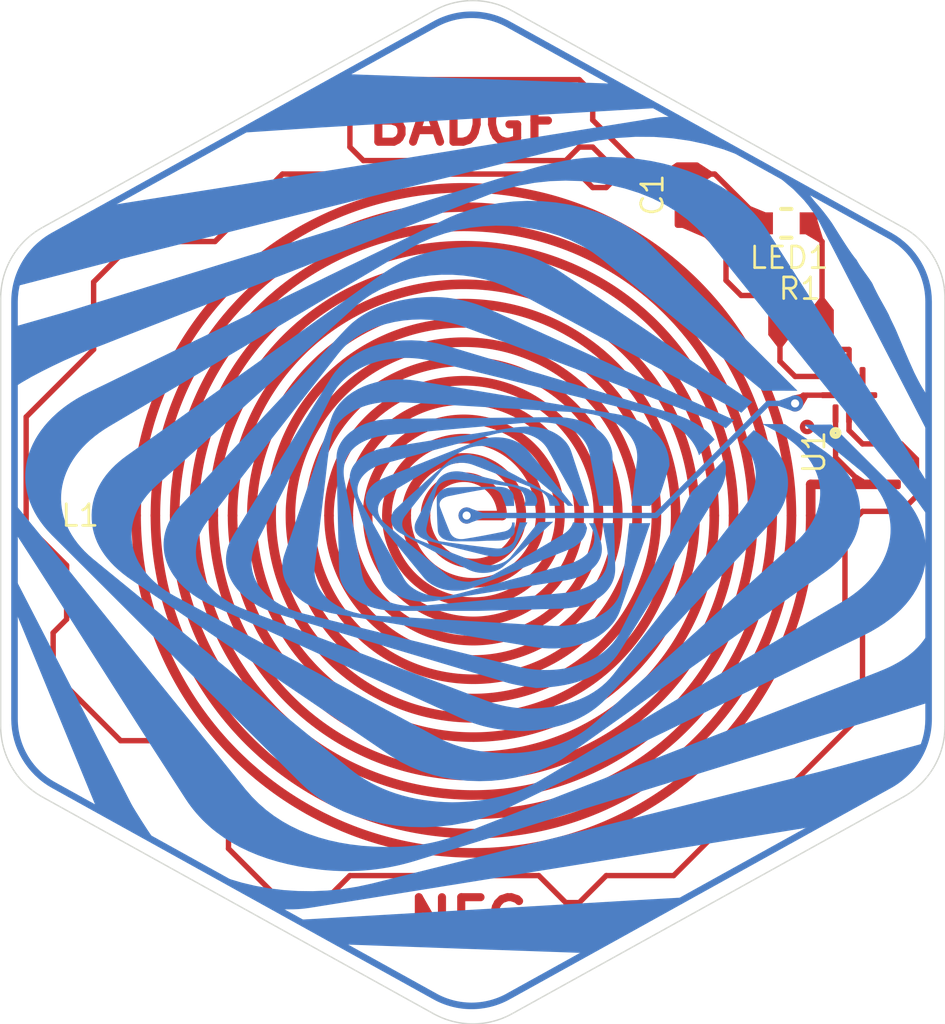
<source format=kicad_pcb>
(kicad_pcb (version 20241229) (generator "pcbnew") (generator_version "9.0")
  (layers (0 "F.Cu" signal) (2 "B.Cu" signal) (13 "F.Paste" user) (15 "B.Paste" user) (5 "F.SilkS" user "F.Silkscreen") (7 "B.SilkS" user "B.Silkscreen") (1 "F.Mask" user) (3 "B.Mask" user) (25 "Edge.Cuts" user))
  (net 0 "")
  (net 1 "Net-(U1-VSS)")
  (net 2 "Net-(U1-VCC)")
  (net 5 "Net-(U1-LB)")
  (net 6 "Net-(U1-LA)")
  (net 8 "Net-(LED1-Pad2)")
  (footprint "NT3H2111W0FHKH:QFN8P50_160X160X50L40X20N" (layer "F.Cu") (at 115 98.695 90)
    (property "Reference" "U1")
    (property "Value" "NT3H2111W0FHKH" (hide yes))
  )
  (footprint "footprints:LED_LTST-C193KGKT-5A_LTO" (layer "F.Cu") (at 112.6745 92.3255)
    (property "Reference" "LED1")
    (property "Value" "LTST-C193KGKT-5A" (hide yes))
  )
  (footprint "PCB Coils:NFC_Coil" (layer "F.Cu") (at 100.72 103.155)
    (property "Reference" "L1")
    (property "Value" "L_Small" (hide yes))
  )
  (footprint "CRCW0603200RFKEAC:RESC1608X55N" (layer "F.Cu") (at 113.22 96)
    (property "Reference" "R1")
    (property "Value" "CRCW0603200RFKEAC" (hide yes))
  )
  (footprint "CL10B224KO8NNNC:CAPC1608X90N" (layer "F.Cu") (at 109 91.28 90)
    (property "Reference" "C1")
    (property "Value" "CL10B224KO8NNNC" (hide yes))
  )
  (gr_circle (center 113.447772 99.874142) (end 113.447772 99.802458) (stroke (width 0.2)) (fill no) (layer "F.Cu"))
  (gr_poly (pts (xy 88.396918 113.839362) (xy 88.45418 113.941318) (xy 88.540193 114.085001) (xy 88.76212 114.440891) (xy 88.989986 114.793712) (xy 89.083425 114.933559) (xy 89.151081 115.030145) (xy 88.804219 114.844879) (xy 88.132311 114.49866) (xy 87.457513 114.155639) (xy 87.101983 113.97997) (xy 84.042921 106.551952) (xy 84.050994 106.431928) (xy 84.061464 106.313641) (xy 84.074331 106.197031) (xy 84.089597 106.082043) (xy 84.107261 105.968619) (xy 84.127326 105.856702) (xy 84.149791 105.746234) (xy 84.174658 105.637158)) (fill yes) (layer "B.Cu"))
  (gr_poly (pts (xy 98.715472 98.125659) (xy 98.982922 98.160674) (xy 106.337163 99.385888) (xy 106.555117 99.428973) (xy 106.763839 99.483899) (xy 106.86453 99.515696) (xy 106.962663 99.550324) (xy 107.058156 99.587742) (xy 107.150925 99.627907) (xy 107.240887 99.670775) (xy 107.327959 99.716304) (xy 107.412059 99.764452) (xy 107.493103 99.815176) (xy 107.571007 99.868432) (xy 107.64569 99.924179) (xy 107.717068 99.982374) (xy 107.785057 100.042973) (xy 107.849575 100.105935) (xy 107.910538 100.171216) (xy 107.967864 100.238773) (xy 108.02147 100.308565) (xy 108.071272 100.380547) (xy 108.117187 100.454679) (xy 108.159133 100.530916) (xy 108.197026 100.609216) (xy 108.230783 100.689537) (xy 108.260321 100.771835) (xy 108.285557 100.856068) (xy 108.306408 100.942193) (xy 108.32279 101.030168) (xy 108.334622 101.11995) (xy 108.341819 101.211496) (xy 108.344299 101.304763) (xy 108.189118 101.795479) (xy 108.093703 102.091941) (xy 107.989849 102.402437) (xy 107.977504 102.438277) (xy 107.870573 102.545842) (xy 107.817099 102.599618) (xy 107.763902 102.653664) (xy 107.623498 102.797749) (xy 107.29909 102.795281) (xy 106.935238 102.79369) (xy 107.032017 101.980469) (xy 107.083177 101.574052) (xy 107.13759 101.167868) (xy 107.146422 101.085893) (xy 107.150096 101.004682) (xy 107.148691 100.924325) (xy 107.142287 100.844911) (xy 107.130964 100.766528) (xy 107.114801 100.689267) (xy 107.093878 100.613217) (xy 107.068274 100.538466) (xy 107.03807 100.465104) (xy 107.003345 100.39322) (xy 106.964178 100.322903) (xy 106.920649 100.254243) (xy 106.872838 100.187329) (xy 106.820825 100.12225) (xy 106.764689 100.059095) (xy 106.70451 99.997953) (xy 106.640367 99.938914) (xy 106.57234 99.882067) (xy 106.500509 99.827501) (xy 106.424953 99.775306) (xy 106.345753 99.72557) (xy 106.262987 99.678382) (xy 106.087077 99.59201) (xy 105.897863 99.516904) (xy 105.69598 99.453778) (xy 105.482067 99.403344) (xy 105.256759 99.366317) (xy 105.107166 99.348893) (xy 104.956632 99.334979) (xy 104.805361 99.323839) (xy 104.653558 99.314736) (xy 104.045096 99.283974) (xy 100.284566 99.063737) (xy 99.14182 98.994872) (xy 98.570145 98.966723) (xy 98.2842 98.956975) (xy 97.998171 98.951159) (xy 97.89965 98.951572) (xy 97.801807 98.955244) (xy 97.704771 98.962105) (xy 97.608671 98.972082) (xy 97.513632 98.985104) (xy 97.419785 99.001101) (xy 97.327257 99.019999) (xy 97.236175 99.041728) (xy 97.146669 99.066216) (xy 97.058865 99.093392) (xy 96.972892 99.123183) (xy 96.888878 99.155519) (xy 96.806951 99.190328) (xy 96.727239 99.227538) (xy 96.64987 99.267078) (xy 96.574971 99.308876) (xy 96.502672 99.352861) (xy 96.433099 99.398961) (xy 96.366382 99.447104) (xy 96.302647 99.49722) (xy 96.242024 99.549236) (xy 96.184639 99.603081) (xy 96.130621 99.658684) (xy 96.080099 99.715972) (xy 96.033199 99.774875) (xy 95.99005 99.83532) (xy 95.950781 99.897237) (xy 95.915518 99.960553) (xy 95.88439 100.025198) (xy 95.857526 100.091099) (xy 95.835052 100.158185) (xy 95.817098 100.226385) (xy 95.77259 100.439543) (xy 95.734997 100.653489) (xy 95.702915 100.868057) (xy 95.67494 101.083082) (xy 95.576017 101.944422) (xy 95.391772 103.482191) (xy 95.298596 104.250992) (xy 95.198729 105.01934) (xy 95.189995 105.101812) (xy 95.186335 105.183465) (xy 95.187675 105.264212) (xy 95.193939 105.343968) (xy 95.205055 105.422649) (xy 95.220947 105.500168) (xy 95.241542 105.576439) (xy 95.266765 105.651378) (xy 95.296541 105.724898) (xy 95.330796 105.796915) (xy 95.369457 105.867342) (xy 95.412448 105.936094) (xy 95.459695 106.003086) (xy 95.511124 106.068231) (xy 95.566661 106.131445) (xy 95.626231 106.192642) (xy 95.689759 106.251737) (xy 95.757173 106.308643) (xy 95.828397 106.363275) (xy 95.903356 106.415548) (xy 95.981977 106.465376) (xy 96.064186 106.512674) (xy 96.239067 106.599337) (xy 96.427405 106.674852) (xy 96.628605 106.738535) (xy 96.842073 106.789701) (xy 97.067214 106.827666) (xy 97.213658 106.845296) (xy 97.36111 106.859321) (xy 97.509351 106.870491) (xy 97.658164 106.879557) (xy 98.254764 106.909804) (xy 101.443945 107.096675) (xy 104.063841 107.248431) (xy 104.190221 107.247904) (xy 104.314502 107.24386) (xy 104.436583 107.236369) (xy 104.556363 107.225499) (xy 104.673741 107.211319) (xy 104.788615 107.193899) (xy 104.900883 107.173308) (xy 105.010444 107.149616) (xy 105.117197 107.12289) (xy 105.22104 107.093201) (xy 105.321872 107.060617) (xy 105.419591 107.025208) (xy 105.514096 106.987042) (xy 105.605286 106.94619) (xy 105.693059 106.90272) (xy 105.777313 106.856701) (xy 105.857948 106.808202) (xy 105.934861 106.757293) (xy 106.007951 106.704042) (xy 106.077118 106.64852) (xy 106.142259 106.590794) (xy 106.203272 106.530934) (xy 106.260058 106.46901) (xy 106.312513 106.40509) (xy 106.360537 106.339244) (xy 106.404029 106.27154) (xy 106.442886 106.202048) (xy 106.477008 106.130837) (xy 106.506292 106.057976) (xy 106.530638 105.983535) (xy 106.549944 105.907582) (xy 106.564109 105.830186) (xy 106.632067 105.337754) (xy 106.69289 104.844799) (xy 106.808697 103.858482) (xy 106.808764 103.858478) (xy 106.857983 103.440843) (xy 107.258352 103.439523) (xy 107.633334 103.435547) (xy 106.524002 106.649733) (xy 106.487637 106.745634) (xy 106.445518 106.83883) (xy 106.397808 106.929253) (xy 106.344671 107.01683) (xy 106.286271 107.101492) (xy 106.222772 107.183168) (xy 106.08113 107.337279) (xy 105.921057 107.478599) (xy 105.743862 107.606563) (xy 105.550857 107.720606) (xy 105.343352 107.820164) (xy 105.122657 107.904672) (xy 104.890082 107.973565) (xy 104.646938 108.026279) (xy 104.394536 108.062248) (xy 104.134186 108.080909) (xy 103.867198 108.081696) (xy 103.594883 108.064045) (xy 103.318551 108.02739) (xy 95.987251 106.807061) (xy 95.855092 106.782515) (xy 95.726536 106.753855) (xy 95.60169 106.721204) (xy 95.480658 106.684688) (xy 95.363548 106.64443) (xy 95.250465 106.600556) (xy 95.141516 106.553191) (xy 95.036808 106.502459) (xy 94.936446 106.448485) (xy 94.840536 106.391394) (xy 94.749185 106.33131) (xy 94.6625 106.268358) (xy 94.580585 106.202662) (xy 94.503549 106.134348) (xy 94.431496 106.06354) (xy 94.364533 105.990364) (xy 94.302766 105.914942) (xy 94.246302 105.837401) (xy 94.195246 105.757865) (xy 94.149706 105.676459) (xy 94.109786 105.593307) (xy 94.075594 105.508534) (xy 94.047236 105.422265) (xy 94.024818 105.334624) (xy 94.008446 105.245737) (xy 93.998226 105.155728) (xy 93.994265 105.064721) (xy 93.996668 104.972842) (xy 94.005543 104.880214) (xy 94.020995 104.786964) (xy 94.043131 104.693215) (xy 94.072056 104.599092) (xy 95.818986 99.521167) (xy 95.854416 99.428343) (xy 95.89577 99.337983) (xy 95.942865 99.250165) (xy 95.995517 99.164967) (xy 96.053544 99.082467) (xy 96.116762 99.002745) (xy 96.258041 98.851941) (xy 96.417888 98.713182) (xy 96.594841 98.587094) (xy 96.787433 98.474301) (xy 96.994201 98.375429) (xy 97.21368 98.291103) (xy 97.444406 98.22195) (xy 97.684913 98.168594) (xy 97.933738 98.131662) (xy 98.189416 98.111778) (xy 98.450482 98.109569)) (fill yes) (layer "B.Cu"))
  (gr_poly (pts (xy 100.999499 100.909757) (xy 101.079262 100.931235) (xy 101.239327 100.973681) (xy 101.317759 100.99643) (xy 101.356166 101.008576) (xy 101.393877 101.021383) (xy 101.430777 101.034965) (xy 101.466748 101.049432) (xy 101.501673 101.064895) (xy 101.535436 101.081465) (xy 102.133824 101.394594) (xy 102.728542 101.711222) (xy 103.911535 102.350499) (xy 103.949652 102.372252) (xy 103.985849 102.395062) (xy 104.02012 102.418873) (xy 104.052459 102.443629) (xy 104.082859 102.469273) (xy 104.111316 102.495748) (xy 104.137823 102.522998) (xy 104.162375 102.550967) (xy 104.184965 102.579597) (xy 104.205588 102.608833) (xy 104.224238 102.638617) (xy 104.240909 102.668894) (xy 104.255596 102.699606) (xy 104.268292 102.730698) (xy 104.278991 102.762112) (xy 104.287688 102.793793) (xy 103.894475 102.79307) (xy 103.895885 102.789783) (xy 103.897373 102.786232) (xy 103.898848 102.782746) (xy 103.899552 102.78113) (xy 103.900219 102.779654) (xy 103.894252 102.728511) (xy 103.885579 102.67945) (xy 103.874134 102.632447) (xy 103.859852 102.587476) (xy 103.851627 102.565745) (xy 103.842667 102.544512) (xy 103.832965 102.523775) (xy 103.822512 102.50353) (xy 103.8113 102.483775) (xy 103.799321 102.464505) (xy 103.786566 102.445718) (xy 103.773028 102.427411) (xy 103.758698 102.409581) (xy 103.743568 102.392223) (xy 103.727629 102.375336) (xy 103.710874 102.358917) (xy 103.693293 102.342961) (xy 103.67488 102.327465) (xy 103.655625 102.312428) (xy 103.63552 102.297845) (xy 103.592728 102.270029) (xy 103.546437 102.243993) (xy 103.496583 102.219713) (xy 103.443099 102.197161) (xy 102.264585 101.736953) (xy 101.080965 101.283298) (xy 101.038193 101.267984) (xy 100.995184 101.25426) (xy 100.951992 101.242116) (xy 100.908673 101.23154) (xy 100.821864 101.215051) (xy 100.735192 101.204705) (xy 100.649088 101.200415) (xy 100.563987 101.202093) (xy 100.48032 101.209653) (xy 100.398522 101.223007) (xy 100.319024 101.242067) (xy 100.280274 101.25371) (xy 100.242261 101.266746) (xy 100.20504 101.281165) (xy 100.168666 101.296956) (xy 100.133191 101.314109) (xy 100.09867 101.332611) (xy 100.065158 101.352453) (xy 100.032708 101.373622) (xy 100.001375 101.396109) (xy 99.971212 101.419903) (xy 99.942275 101.444992) (xy 99.914616 101.471365) (xy 99.888291 101.499013) (xy 99.863353 101.527922) (xy 99.531141 101.935212) (xy 99.201873 102.343692) (xy 98.875785 102.753417) (xy 98.553112 103.164441) (xy 98.53164 103.19359) (xy 98.512441 103.222967) (xy 98.495495 103.252531) (xy 98.480786 103.282238) (xy 98.468294 103.312049) (xy 98.458001 103.341921) (xy 98.449889 103.371813) (xy 98.44394 103.401682) (xy 98.440135 103.431488) (xy 98.438457 103.461188) (xy 98.438886 103.490742) (xy 98.441405 103.520107) (xy 98.445995 103.549241) (xy 98.452638 103.578104) (xy 98.461316 103.606653) (xy 98.47201 103.634847) (xy 98.484703 103.662644) (xy 98.499375 103.690003) (xy 98.516009 103.716882) (xy 98.534586 103.743238) (xy 98.555089 103.769032) (xy 98.577497 103.79422) (xy 98.601795 103.818762) (xy 98.627963 103.842615) (xy 98.655982 103.865738) (xy 98.685835 103.88809) (xy 98.717503 103.909629) (xy 98.750969 103.930312) (xy 98.786213 103.950099) (xy 98.823218 103.968948) (xy 98.861965 103.986817) (xy 98.902435 104.003664) (xy 100.070519 104.459913) (xy 101.244793 104.908241) (xy 101.288908 104.924037) (xy 101.33317 104.938212) (xy 101.377527 104.950776) (xy 101.421931 104.96174) (xy 101.46633 104.971114) (xy 101.510675 104.978909) (xy 101.599002 104.989804) (xy 101.68651 104.994507) (xy 101.772798 104.993104) (xy 101.857464 104.985677) (xy 101.899065 104.979732) (xy 101.940109 104.972312) (xy 101.980548 104.963428) (xy 102.020332 104.953092) (xy 102.059409 104.941312) (xy 102.09773 104.9281) (xy 102.135245 104.913466) (xy 102.171903 104.897421) (xy 102.207655 104.879975) (xy 102.24245 104.861139) (xy 102.276239 104.840923) (xy 102.308971 104.819338) (xy 102.340595 104.796394) (xy 102.371063 104.772101) (xy 102.400324 104.746471) (xy 102.428327 104.719513) (xy 102.455022 104.691238) (xy 102.48036 104.661657) (xy 102.480324 104.661624) (xy 102.734884 104.347119) (xy 102.987177 104.031699) (xy 103.487812 103.399297) (xy 103.768504 103.392027) (xy 104.035187 103.38406) (xy 103.58449 103.7991) (xy 103.129455 104.211834) (xy 102.670157 104.622227) (xy 102.206671 105.030244) (xy 102.144241 105.079516) (xy 102.075992 105.123651) (xy 102.0026 105.162569) (xy 101.924742 105.196189) (xy 101.843095 105.224429) (xy 101.758337 105.24721) (xy 101.671144 105.264449) (xy 101.582193 105.276066) (xy 101.492162 105.28198) (xy 101.401727 105.28211) (xy 101.311565 105.276374) (xy 101.222354 105.264693) (xy 101.13477 105.246985) (xy 101.049491 105.223169) (xy 100.967193 105.193164) (xy 100.888554 105.156889) (xy 100.250426 104.82516) (xy 99.616639 104.48924) (xy 98.987405 104.149128) (xy 98.362937 103.804823) (xy 98.327811 103.78415) (xy 98.294568 103.762338) (xy 98.263216 103.739451) (xy 98.233763 103.715552) (xy 98.206217 103.690703) (xy 98.180586 103.664969) (xy 98.156879 103.638413) (xy 98.135103 103.611096) (xy 98.115268 103.583084) (xy 98.09738 103.554439) (xy 98.081449 103.525223) (xy 98.067483 103.495502) (xy 98.055489 103.465336) (xy 98.045476 103.434791) (xy 98.037453 103.403928) (xy 98.031427 103.372812) (xy 98.027406 103.341504) (xy 98.025399 103.31007) (xy 98.025414 103.278571) (xy 98.02746 103.247071) (xy 98.031544 103.215633) (xy 98.037674 103.184321) (xy 98.04586 103.153197) (xy 98.056108 103.122325) (xy 98.068428 103.091767) (xy 98.082827 103.061588) (xy 98.099314 103.03185) (xy 98.117897 103.002617) (xy 98.138583 102.973951) (xy 98.161382 102.945916) (xy 98.186302 102.918575) (xy 98.21335 102.891992) (xy 98.687447 102.455139) (xy 99.166948 102.021149) (xy 99.650435 101.589314) (xy 100.136489 101.158924) (xy 100.17259 101.128945) (xy 100.210552 101.101061) (xy 100.250346 101.075194) (xy 100.291942 101.051266) (xy 100.335311 101.029198) (xy 100.380426 101.008914) (xy 100.427256 100.990334) (xy 100.475774 100.97338) (xy 100.525949 100.957975) (xy 100.577753 100.944039) (xy 100.631157 100.931496) (xy 100.686131 100.920266) (xy 100.742648 100.910272) (xy 100.800678 100.901435) (xy 100.921161 100.886922)) (fill yes) (layer "B.Cu"))
  (gr_poly (pts (xy 102.020355 102.088323) (xy 102.050121 102.089543) (xy 102.079325 102.091568) (xy 102.107942 102.094387) (xy 102.135946 102.097991) (xy 102.163314 102.102367) (xy 102.19002 102.107505) (xy 102.216041 102.113393) (xy 102.241351 102.12002) (xy 102.265926 102.127376) (xy 102.289742 102.135449) (xy 102.312773 102.144228) (xy 102.334996 102.153703) (xy 102.356385 102.163861) (xy 102.376916 102.174693) (xy 102.396565 102.186186) (xy 102.415306 102.19833) (xy 102.433116 102.211114) (xy 102.44997 102.224527) (xy 102.465843 102.238557) (xy 102.48071 102.253194) (xy 102.494547 102.268427) (xy 102.50733 102.284244) (xy 102.519033 102.300634) (xy 102.529633 102.317587) (xy 102.539104 102.335091) (xy 102.547422 102.353135) (xy 102.554562 102.371709) (xy 102.5605 102.3908) (xy 102.565212 102.410399) (xy 102.568672 102.430493) (xy 102.570856 102.451072) (xy 102.576521 102.537765) (xy 102.580986 102.624518) (xy 102.588226 102.798092) (xy 102.417669 102.800293) (xy 102.278663 102.802907) (xy 102.208423 102.621444) (xy 102.172769 102.530812) (xy 102.1363 102.440341) (xy 102.11862 102.401868) (xy 102.0982 102.366093) (xy 102.075075 102.333067) (xy 102.049282 102.302842) (xy 102.020855 102.27547) (xy 101.989831 102.251003) (xy 101.956245 102.229492) (xy 101.920134 102.21099) (xy 101.881534 102.195548) (xy 101.840479 102.183218) (xy 101.797006 102.174052) (xy 101.751151 102.168101) (xy 101.702949 102.165417) (xy 101.652436 102.166053) (xy 101.599649 102.170059) (xy 101.544623 102.177488) (xy 101.197606 102.236538) (xy 100.851972 102.299873) (xy 100.507699 102.366878) (xy 100.164765 102.436936) (xy 100.140122 102.442476) (xy 100.116323 102.448635) (xy 100.093378 102.455399) (xy 100.071295 102.462752) (xy 100.050085 102.470678) (xy 100.029756 102.479163) (xy 100.010318 102.488191) (xy 99.99178 102.497746) (xy 99.974153 102.507813) (xy 99.957444 102.518376) (xy 99.941664 102.52942) (xy 99.926822 102.540929) (xy 99.912928 102.552888) (xy 99.89999 102.565281) (xy 99.888019 102.578093) (xy 99.877023 102.591308) (xy 99.867012 102.604911) (xy 99.857995 102.618887) (xy 99.849983 102.63322) (xy 99.842983 102.647894) (xy 99.837007 102.662893) (xy 99.832062 102.678204) (xy 99.828159 102.693809) (xy 99.825306 102.709694) (xy 99.823514 102.725842) (xy 99.822791 102.742239) (xy 99.823148 102.758869) (xy 99.824593 102.775717) (xy 99.827135 102.792767) (xy 99.830785 102.810003) (xy 99.835552 102.82741) (xy 99.841445 102.844973) (xy 99.927576 103.075393) (xy 100.016696 103.305284) (xy 100.10835 103.534698) (xy 100.202085 103.763686) (xy 100.218798 103.799889) (xy 100.237992 103.833686) (xy 100.259645 103.865013) (xy 100.283735 103.893807) (xy 100.310241 103.920005) (xy 100.339139 103.943546) (xy 100.370409 103.964365) (xy 100.404027 103.982401) (xy 100.439972 103.99759) (xy 100.478222 104.00987) (xy 100.518756 104.019177) (xy 100.56155 104.02545) (xy 100.606583 104.028625) (xy 100.653833 104.02864) (xy 100.703277 104.025432) (xy 100.754895 104.018937) (xy 101.11974 103.95894) (xy 101.482809 103.893177) (xy 101.844376 103.823119) (xy 102.204713 103.750237) (xy 102.22231 103.746367) (xy 102.239372 103.742087) (xy 102.255901 103.737403) (xy 102.271901 103.732321) (xy 102.287371 103.726847) (xy 102.302315 103.720986) (xy 102.316734 103.714746) (xy 102.330631 103.708132) (xy 102.344006 103.70115) (xy 102.356863 103.693806) (xy 102.369202 103.686106) (xy 102.381027 103.678056) (xy 102.392338 103.669662) (xy 102.403138 103.66093) (xy 102.413429 103.651865) (xy 102.423212 103.642475) (xy 102.43249 103.632765) (xy 102.441265 103.62274) (xy 102.449537 103.612408) (xy 102.45731 103.601774) (xy 102.464586 103.590843) (xy 102.471365 103.579622) (xy 102.477651 103.568118) (xy 102.483445 103.556335) (xy 102.488748 103.54428) (xy 102.493564 103.531959) (xy 102.497893 103.519378) (xy 102.501738 103.506543) (xy 102.505101 103.49346) (xy 102.507983 103.480135) (xy 102.512314 103.452782) (xy 102.511482 103.448157) (xy 102.510706 103.443401) (xy 102.509279 103.433581) (xy 102.506605 103.413296) (xy 102.506708 103.413365) (xy 102.604943 103.41302) (xy 102.606722 103.569513) (xy 102.607351 103.647747) (xy 102.607006 103.725955) (xy 102.60602 103.745141) (xy 102.603586 103.763928) (xy 102.599737 103.782303) (xy 102.594506 103.800254) (xy 102.587924 103.817771) (xy 102.580023 103.834841) (xy 102.570837 103.851454) (xy 102.560397 103.867598) (xy 102.548736 103.883261) (xy 102.535887 103.898431) (xy 102.50675 103.92725) (xy 102.473246 103.953962) (xy 102.435633 103.978475) (xy 102.394171 104.000698) (xy 102.349118 104.020538) (xy 102.300732 104.037903) (xy 102.249273 104.052702) (xy 102.194999 104.064842) (xy 102.138169 104.074232) (xy 102.079041 104.08078) (xy 102.017875 104.084393) (xy 101.910448 104.086956) (xy 101.802896 104.087871) (xy 101.587685 104.088073) (xy 101.157497 104.111221) (xy 100.775278 104.111682) (xy 100.393085 104.110878) (xy 100.357352 104.110229) (xy 100.322527 104.108762) (xy 100.288622 104.106479) (xy 100.255648 104.103382) (xy 100.223617 104.099473) (xy 100.192539 104.094753) (xy 100.162427 104.089226) (xy 100.13329 104.082892) (xy 100.105142 104.075755) (xy 100.077992 104.067817) (xy 100.051853 104.059079) (xy 100.026736 104.049543) (xy 100.002652 104.039212) (xy 99.979612 104.028088) (xy 99.957628 104.016172) (xy 99.936711 104.003468) (xy 99.916873 103.989976) (xy 99.898124 103.9757) (xy 99.880476 103.96064) (xy 99.863941 103.9448) (xy 99.84853 103.928182) (xy 99.834254 103.910787) (xy 99.821124 103.892617) (xy 99.809152 103.873675) (xy 99.798349 103.853963) (xy 99.788727 103.833482) (xy 99.780296 103.812236) (xy 99.773069 103.790225) (xy 99.767056 103.767452) (xy 99.762269 103.74392) (xy 99.758719 103.71963) (xy 99.756417 103.694584) (xy 99.739788 103.401103) (xy 99.728303 103.107443) (xy 99.721519 102.8137) (xy 99.718994 102.519967) (xy 99.719631 102.498301) (xy 99.721614 102.477053) (xy 99.724922 102.456238) (xy 99.729531 102.435872) (xy 99.735418 102.415972) (xy 99.74256 102.396552) (xy 99.750935 102.37763) (xy 99.76052 102.35922) (xy 99.77129 102.341339) (xy 99.783224 102.324002) (xy 99.796299 102.307226) (xy 99.810491 102.291026) (xy 99.825777 102.275418) (xy 99.842134 102.260418) (xy 99.877972 102.232306) (xy 99.917819 102.206816) (xy 99.961493 102.184075) (xy 100.008808 102.164211) (xy 100.059581 102.14735) (xy 100.113629 102.13362) (xy 100.170767 102.123146) (xy 100.230811 102.116057) (xy 100.293578 102.112479) (xy 100.717534 102.10203) (xy 101.141659 102.094357) (xy 101.565861 102.089606) (xy 101.99005 102.087921)) (fill yes) (layer "B.Cu"))
  (gr_poly (pts (xy 89.691331 115.368712) (xy 89.782217 115.430441) (xy 89.826813 115.462138) (xy 89.87059 115.494558) (xy 89.913356 115.527823) (xy 89.954919 115.562061) (xy 89.995089 115.597396) (xy 90.033674 115.633952) (xy 90.041903 115.642426) (xy 89.845004 115.50374) (xy 89.640375 115.335251)) (fill yes) (layer "B.Cu"))
  (gr_poly (pts (xy 100.591272 103.384494) (xy 100.595709 103.387465) (xy 100.586834 103.381548)) (fill yes) (layer "B.Cu"))
  (gr_poly (pts (xy 106.690664 89.890919) (xy 107.17754 89.939678) (xy 107.65392 90.012954) (xy 108.118166 90.110086) (xy 108.568641 90.230414) (xy 109.003709 90.373279) (xy 109.421731 90.538021) (xy 109.821072 90.723978) (xy 110.200094 90.93049) (xy 110.381474 91.041249) (xy 110.557161 91.156898) (xy 110.726949 91.277357) (xy 110.890635 91.402542) (xy 111.048013 91.532371) (xy 111.198879 91.666761) (xy 111.343028 91.80563) (xy 111.480256 91.948895) (xy 111.610358 92.096473) (xy 111.733129 92.248283) (xy 111.848366 92.404242) (xy 111.955862 92.564266) (xy 116.858849 100.253522) (xy 116.85878 100.253489) (xy 117.156085 100.726092) (xy 117.442146 101.188535) (xy 117.729051 101.650713) (xy 118.028891 102.122523) (xy 118.017919 103.281938) (xy 117.916562 103.155509) (xy 117.820677 103.02919) (xy 117.728525 102.90291) (xy 117.63837 102.776599) (xy 117.457108 102.523602) (xy 117.362528 102.396775) (xy 117.262999 102.269635) (xy 109.693749 92.869287) (xy 109.539113 92.687887) (xy 109.373351 92.513828) (xy 109.010443 92.18817) (xy 108.609011 91.893186) (xy 108.173046 91.629751) (xy 107.706537 91.398737) (xy 107.213472 91.201017) (xy 106.697841 91.037466) (xy 106.163632 90.908957) (xy 105.614834 90.816362) (xy 105.055437 90.760556) (xy 104.48943 90.742411) (xy 103.920801 90.762801) (xy 103.353539 90.8226) (xy 102.791634 90.92268) (xy 102.239074 91.063916) (xy 101.699849 91.24718) (xy 88.077105 96.538152) (xy 87.55747 96.744751) (xy 87.296504 96.846429) (xy 87.164843 96.895607) (xy 87.032056 96.943199) (xy 86.710283 97.064721) (xy 86.3315 97.222741) (xy 85.917635 97.407441) (xy 85.490616 97.609002) (xy 85.072371 97.817608) (xy 84.684828 98.02344) (xy 84.349915 98.216682) (xy 84.209048 98.305512) (xy 84.089562 98.387514) (xy 84.095205 98.35644) (xy 84.098803 98.32582) (xy 84.100593 98.29558) (xy 84.100813 98.265651) (xy 84.099701 98.235958) (xy 84.097495 98.206432) (xy 84.090753 98.14759) (xy 84.074611 98.028735) (xy 84.07141 97.998359) (xy 84.069019 97.967575) (xy 84.067675 97.93631) (xy 84.067617 97.904493) (xy 84.07312 97.619077) (xy 84.083769 97.602354) (xy 84.092424 97.585214) (xy 84.099209 97.567679) (xy 84.104246 97.549772) (xy 84.107659 97.531514) (xy 84.109569 97.512929) (xy 84.110101 97.494038) (xy 84.109377 97.474864) (xy 84.10752 97.45543) (xy 84.104653 97.435757) (xy 84.096379 97.395785) (xy 84.085539 97.355128) (xy 84.073116 97.313964) (xy 84.047452 97.230833) (xy 84.036178 97.189223) (xy 84.027252 97.147821) (xy 84.023977 97.127255) (xy 84.021658 97.106807) (xy 84.020418 97.086502) (xy 84.02038 97.06636) (xy 84.021666 97.046404) (xy 84.024399 97.026657) (xy 84.028703 97.007142) (xy 84.0347 96.987879) (xy 84.060947 96.957612) (xy 84.083613 96.928813) (xy 84.102894 96.90136) (xy 84.118986 96.875136) (xy 84.132085 96.85002) (xy 84.142386 96.825892) (xy 84.150087 96.802633) (xy 84.155382 96.780124) (xy 84.158468 96.758244) (xy 84.159541 96.736874) (xy 84.158797 96.715894) (xy 84.156431 96.695185) (xy 84.152639 96.674628) (xy 84.147618 96.654101) (xy 84.134672 96.612664) (xy 84.102645 96.524902) (xy 84.086701 96.476664) (xy 84.072893 96.424244) (xy 84.067279 96.396167) (xy 84.062787 96.366685) (xy 84.059614 96.33568) (xy 84.057953 96.303031) (xy 84.058003 96.26862) (xy 84.059958 96.232325) (xy 84.064015 96.194028) (xy 84.070369 96.153608) (xy 86.019374 95.595845) (xy 102.682057 90.46158) (xy 103.04459 90.351874) (xy 103.408698 90.247883) (xy 103.77555 90.151852) (xy 104.146318 90.066023) (xy 104.522173 89.99264) (xy 104.712374 89.961316) (xy 104.904285 89.933945) (xy 105.098054 89.910807) (xy 105.293827 89.892182) (xy 105.491749 89.87835) (xy 105.691968 89.869593) (xy 106.194927 89.867338)) (fill yes) (layer "B.Cu"))
  (gr_poly (pts (xy 99.102133 96.67668) (xy 99.42439 96.715218) (xy 99.748236 96.776607) (xy 100.072033 96.861303) (xy 108.409618 99.358784) (xy 108.545209 99.401404) (xy 108.676065 99.446539) (xy 108.802199 99.494183) (xy 108.92362 99.544325) (xy 109.040339 99.59696) (xy 109.152368 99.652077) (xy 109.259716 99.709669) (xy 109.362396 99.769729) (xy 109.460417 99.832247) (xy 109.55379 99.897215) (xy 109.642527 99.964627) (xy 109.726637 100.034472) (xy 109.806133 100.106743) (xy 109.881024 100.181433) (xy 109.951322 100.258532) (xy 110.017038 100.338033) (xy 109.782735 100.57325) (xy 109.665841 100.691109) (xy 109.549463 100.809498) (xy 109.440393 100.921422) (xy 109.394176 100.792292) (xy 109.337155 100.66622) (xy 109.269534 100.543516) (xy 109.191518 100.424485) (xy 109.103313 100.309435) (xy 109.005123 100.198673) (xy 108.897154 100.092506) (xy 108.77961 99.991242) (xy 108.652697 99.895188) (xy 108.516619 99.804651) (xy 108.371581 99.719938) (xy 108.21779 99.641357) (xy 108.055448 99.569213) (xy 107.884763 99.503816) (xy 107.705938 99.445472) (xy 107.519178 99.394487) (xy 99.60284 97.44101) (xy 99.453939 97.407129) (xy 99.305101 97.378618) (xy 99.15652 97.35541) (xy 99.008392 97.337442) (xy 98.86091 97.324648) (xy 98.714269 97.316964) (xy 98.568665 97.314324) (xy 98.42429 97.316665) (xy 98.281341 97.323921) (xy 98.140012 97.336027) (xy 98.000497 97.352918) (xy 97.862991 97.37453) (xy 97.727689 97.400799) (xy 97.594784 97.431658) (xy 97.464473 97.467043) (xy 97.336949 97.506891) (xy 97.212407 97.551134) (xy 97.091042 97.59971) (xy 96.973048 97.652552) (xy 96.85862 97.709597) (xy 96.747953 97.770779) (xy 96.64124 97.836034) (xy 96.538678 97.905297) (xy 96.44046 97.978502) (xy 96.34678 98.055586) (xy 96.257835 98.136483) (xy 96.173817 98.221129) (xy 96.094923 98.309458) (xy 96.021346 98.401406) (xy 95.953281 98.496908) (xy 95.890923 98.5959) (xy 95.834466 98.698316) (xy 93.039254 104.166874) (xy 92.989748 104.271679) (xy 92.947955 104.376382) (xy 92.913785 104.480846) (xy 92.887146 104.584939) (xy 92.867946 104.688525) (xy 92.856094 104.791471) (xy 92.8515 104.893642) (xy 92.854071 104.994904) (xy 92.863717 105.095122) (xy 92.880346 105.194163) (xy 92.903866 105.291892) (xy 92.934188 105.388175) (xy 92.971218 105.482877) (xy 93.014867 105.575865) (xy 93.065042 105.667004) (xy 93.121653 105.756159) (xy 93.184608 105.843197) (xy 93.253815 105.927983) (xy 93.329184 106.010382) (xy 93.410624 106.090262) (xy 93.498042 106.167487) (xy 93.591348 106.241922) (xy 93.690451 106.313435) (xy 93.795258 106.38189) (xy 93.905679 106.447154) (xy 94.021623 106.509091) (xy 94.142998 106.567568) (xy 94.269713 106.622451) (xy 94.401677 106.673604) (xy 94.538798 106.720895) (xy 94.680985 106.764188) (xy 94.828146 106.803349) (xy 102.721955 108.752526) (xy 102.871941 108.786743) (xy 103.021781 108.815585) (xy 103.171284 108.839116) (xy 103.32026 108.857396) (xy 103.46852 108.870488) (xy 103.615873 108.878453) (xy 103.76213 108.881355) (xy 103.907099 108.879255) (xy 104.050593 108.872216) (xy 104.192419 108.860298) (xy 104.332388 108.843565) (xy 104.470311 108.822078) (xy 104.605997 108.7959) (xy 104.739256 108.765093) (xy 104.869898 108.729718) (xy 104.997733 108.689838) (xy 105.122572 108.645515) (xy 105.244223 108.596811) (xy 105.362497 108.543789) (xy 105.477204 108.486509) (xy 105.588154 108.425034) (xy 105.695157 108.359427) (xy 105.798023 108.289749) (xy 105.896561 108.216063) (xy 105.990583 108.13843) (xy 106.079897 108.056913) (xy 106.164314 107.971574) (xy 106.243643 107.882474) (xy 106.317696 107.789677) (xy 106.38628 107.693243) (xy 106.449208 107.593236) (xy 106.506288 107.489717) (xy 107.836633 104.89008) (xy 109.157176 102.287967) (xy 109.391506 102.058423) (xy 109.625167 101.828129) (xy 109.642851 101.81635) (xy 109.663083 101.800729) (xy 109.685407 101.781841) (xy 109.709367 101.760261) (xy 109.734507 101.736564) (xy 109.760372 101.711324) (xy 109.81245 101.658515) (xy 109.861956 101.606432) (xy 109.905242 101.559672) (xy 109.958565 101.50051) (xy 110.005721 101.452767) (xy 110.193199 101.267336) (xy 110.380188 101.081361) (xy 110.380188 101.081359) (xy 110.385389 101.101357) (xy 110.390896 101.121194) (xy 110.402132 101.160745) (xy 110.407518 101.18064) (xy 110.412518 101.200734) (xy 110.41696 101.221119) (xy 110.418918 101.231449) (xy 110.420672 101.241885) (xy 110.429349 101.307664) (xy 110.434733 101.373195) (xy 110.436868 101.438466) (xy 110.435797 101.503465) (xy 110.431565 101.568178) (xy 110.424216 101.632594) (xy 110.413792 101.696698) (xy 110.400339 101.760479) (xy 110.383899 101.823924) (xy 110.364516 101.88702) (xy 110.342235 101.949755) (xy 110.317098 102.012115) (xy 110.28915 102.074088) (xy 110.258435 102.135662) (xy 110.224997 102.196823) (xy 110.188878 102.257559) (xy 108.358492 105.215197) (xy 106.518224 108.169791) (xy 106.407898 108.331937) (xy 106.286796 108.483394) (xy 106.154811 108.624283) (xy 106.011837 108.754727) (xy 105.857768 108.874848) (xy 105.692497 108.984768) (xy 105.515917 109.084609) (xy 105.327923 109.174493) (xy 105.128406 109.254542) (xy 104.917262 109.324877) (xy 104.694383 109.385622) (xy 104.459663 109.436898) (xy 104.212996 109.478827) (xy 103.954274 109.511531) (xy 103.683392 109.535132) (xy 103.400242 109.549752) (xy 103.295254 109.532223) (xy 103.176555 109.51437) (xy 102.908248 109.473892) (xy 102.763755 109.449369) (xy 102.615777 109.420723) (xy 102.466871 109.387005) (xy 102.392869 109.367946) (xy 102.319595 109.347264) (xy 98.082106 108.084439) (xy 93.850963 106.811088) (xy 93.696822 106.761534) (xy 93.548399 106.707688) (xy 93.405781 106.649706) (xy 93.269057 106.587744) (xy 93.138313 106.521958) (xy 93.013637 106.452502) (xy 92.895116 106.379533) (xy 92.782838 106.303206) (xy 92.67689 106.223677) (xy 92.577359 106.141101) (xy 92.484334 106.055635) (xy 92.397902 105.967433) (xy 92.318149 105.876651) (xy 92.245164 105.783445) (xy 92.179034 105.687971) (xy 92.119846 105.590384) (xy 92.067688 105.49084) (xy 92.022648 105.389494) (xy 91.984812 105.286502) (xy 91.954268 105.18202) (xy 91.931104 105.076203) (xy 91.915408 104.969206) (xy 91.907265 104.861187) (xy 91.906765 104.752299) (xy 91.913994 104.642699) (xy 91.929041 104.532543) (xy 91.951991 104.421985) (xy 91.982934 104.311182) (xy 92.021956 104.200289) (xy 92.069144 104.089462) (xy 92.124587 103.978857) (xy 92.188371 103.868628) (xy 95.802272 98.04875) (xy 95.875624 97.938037) (xy 95.954898 97.831507) (xy 96.130395 97.631216) (xy 96.327125 97.448333) (xy 96.543452 97.283309) (xy 96.777738 97.136599) (xy 97.028348 97.008657) (xy 97.293642 96.899936) (xy 97.571986 96.810891) (xy 97.861741 96.741975) (xy 98.16127 96.693643) (xy 98.468936 96.666347) (xy 98.783103 96.660541)) (fill yes) (layer "B.Cu"))
  (gr_poly (pts (xy 84.84851 103.658177) (xy 85.540687 104.509147) (xy 89.077228 108.910266) (xy 92.631904 113.304058) (xy 92.871567 113.57798) (xy 93.127235 113.83268) (xy 93.398686 114.068253) (xy 93.685694 114.284796) (xy 93.988035 114.482407) (xy 94.305485 114.66118) (xy 94.63782 114.821214) (xy 94.984815 114.962604) (xy 95.346246 115.085448) (xy 95.72189 115.189842) (xy 96.111521 115.275882) (xy 96.514915 115.343664) (xy 96.931849 115.393287) (xy 97.362097 115.424846) (xy 97.805437 115.438437) (xy 98.261642 115.434158) (xy 98.425426 115.427522) (xy 98.58797 115.417048) (xy 98.749274 115.402824) (xy 98.909336 115.384941) (xy 99.068154 115.363485) (xy 99.225728 115.338545) (xy 99.382056 115.310211) (xy 99.537137 115.27857) (xy 99.69097 115.24371) (xy 99.843553 115.205721) (xy 100.144966 115.120708) (xy 100.441365 115.024237) (xy 100.732741 114.917018) (xy 115.910281 109.014622) (xy 116.128579 108.928671) (xy 116.370964 108.826228) (xy 116.498593 108.767496) (xy 116.629131 108.703051) (xy 116.761538 108.632363) (xy 116.894777 108.5549) (xy 117.027809 108.470133) (xy 117.159597 108.377532) (xy 117.289103 108.276567) (xy 117.415288 108.166706) (xy 117.537114 108.047421) (xy 117.653545 107.918181) (xy 117.709412 107.849662) (xy 117.76354 107.778455) (xy 117.815801 107.704494) (xy 117.866063 107.627714) (xy 117.98507 110.072018) (xy 116.251143 110.619394) (xy 98.95231 115.944934) (xy 98.741739 116.006961) (xy 98.529986 116.063779) (xy 98.317068 116.115338) (xy 98.103006 116.161589) (xy 97.887818 116.202482) (xy 97.671523 116.237968) (xy 97.45414 116.267996) (xy 97.235687 116.292517) (xy 97.016183 116.311483) (xy 96.795647 116.324842) (xy 96.574098 116.332545) (xy 96.351554 116.334543) (xy 96.128035 116.330786) (xy 95.903559 116.321224) (xy 95.678145 116.305808) (xy 95.451811 116.284489) (xy 95.021034 116.230387) (xy 94.604788 116.161855) (xy 94.203259 116.078841) (xy 93.816634 115.981293) (xy 93.445101 115.869159) (xy 93.088847 115.742387) (xy 92.748058 115.600925) (xy 92.422923 115.444721) (xy 92.113627 115.273722) (xy 91.820359 115.087878) (xy 91.543305 114.887135) (xy 91.410917 114.781161) (xy 91.282653 114.671443) (xy 91.158536 114.557974) (xy 91.038589 114.440748) (xy 90.922836 114.319758) (xy 90.811301 114.194998) (xy 90.704006 114.066462) (xy 90.600976 113.934143) (xy 90.502233 113.798034) (xy 90.4078 113.658129) (xy 89.142037 111.698066) (xy 87.887798 109.734313) (xy 85.387557 105.804151) (xy 84.77157 104.843862) (xy 84.152746 103.88445) (xy 84.152746 102.808651)) (fill yes) (layer "B.Cu"))
  (gr_poly (pts (xy 117.180003 112.618821) (xy 116.140998 113.303031) (xy 115.672687 113.601404) (xy 115.222893 113.873248) (xy 115.001282 113.999837) (xy 114.779909 114.120532) (xy 114.557311 114.23558) (xy 114.332024 114.345225) (xy 114.102586 114.449715) (xy 113.867533 114.549296) (xy 113.6254 114.644213) (xy 113.374725 114.734713) (xy 106.921618 115.777802) (xy 95.115214 117.678687) (xy 94.998242 117.696937) (xy 94.892873 117.711778) (xy 94.79744 117.723573) (xy 94.710278 117.732686) (xy 94.62972 117.739482) (xy 94.554101 117.744323) (xy 94.411015 117.749602) (xy 94.110805 117.75273) (xy 93.927025 117.756403) (xy 93.703024 117.765365) (xy 93.645902 117.698136) (xy 93.577891 117.630806) (xy 93.500173 117.563767) (xy 93.41393 117.497416) (xy 93.320343 117.432144) (xy 93.220595 117.368347) (xy 93.115868 117.306418) (xy 93.007343 117.246751) (xy 92.896202 117.189741) (xy 92.783627 117.135781) (xy 92.670799 117.085265) (xy 92.558901 117.038588) (xy 92.449114 116.996142) (xy 92.34262 116.958324) (xy 92.240602 116.925525) (xy 92.14424 116.898141) (xy 92.098697 116.855581) (xy 92.054161 116.816419) (xy 92.010275 116.780398) (xy 91.966685 116.747261) (xy 91.923035 116.71675) (xy 91.878971 116.68861) (xy 91.834137 116.662582) (xy 91.788178 116.63841) (xy 91.74074 116.615836) (xy 91.691467 116.594604) (xy 91.640005 116.574457) (xy 91.585997 116.555136) (xy 91.529089 116.536386) (xy 91.468927 116.51795) (xy 91.337417 116.480988) (xy 91.291014 116.419954) (xy 91.238195 116.362215) (xy 91.179574 116.307584) (xy 91.133344 116.270121) (xy 91.520192 116.438857) (xy 91.99323 116.611469) (xy 92.483655 116.758155) (xy 92.989312 116.878186) (xy 93.508046 116.970833) (xy 94.037703 117.035366) (xy 94.576128 117.071057) (xy 95.121167 117.077175) (xy 95.670663 117.052993) (xy 96.222463 116.997779) (xy 96.774413 116.910806) (xy 97.324356 116.791344) (xy 113.966711 112.635159) (xy 117.780142 111.594205)) (fill yes) (layer "B.Cu"))
  (gr_poly (pts (xy 103.163719 99.857397) (xy 103.238815 99.860477) (xy 103.312876 99.865912) (xy 103.385836 99.873656) (xy 103.457632 99.883662) (xy 103.528199 99.895885) (xy 103.597473 99.910278) (xy 103.665389 99.926796) (xy 103.731883 99.945393) (xy 103.796891 99.966022) (xy 103.860348 99.988638) (xy 103.92219 100.013194) (xy 103.982353 100.039645) (xy 104.040772 100.067944) (xy 104.097382 100.098046) (xy 104.15212 100.129904) (xy 104.204921 100.163473) (xy 104.255721 100.198706) (xy 104.304455 100.235558) (xy 104.351059 100.273982) (xy 104.395468 100.313933) (xy 104.437619 100.355364) (xy 104.477446 100.398229) (xy 104.514886 100.442483) (xy 104.549874 100.48808) (xy 104.582346 100.534973) (xy 104.612236 100.583116) (xy 104.639482 100.632464) (xy 104.664018 100.68297) (xy 104.685781 100.734589) (xy 104.704705 100.787274) (xy 105.365242 102.796953) (xy 105.12595 102.799637) (xy 105.006629 102.798158) (xy 104.425229 101.753157) (xy 103.837276 100.709987) (xy 103.799202 100.647755) (xy 103.757132 100.588168) (xy 103.711099 100.531318) (xy 103.661137 100.477298) (xy 103.607282 100.426199) (xy 103.549566 100.378112) (xy 103.488024 100.333129) (xy 103.42269 100.291343) (xy 103.353598 100.252845) (xy 103.280782 100.217726) (xy 103.204277 100.186079) (xy 103.124116 100.157994) (xy 103.040334 100.133565) (xy 102.952964 100.112882) (xy 102.862041 100.096038) (xy 102.767599 100.083124) (xy 102.661268 100.073119) (xy 102.552129 100.066983) (xy 102.441381 100.064966) (xy 102.330222 100.067322) (xy 102.274863 100.07022) (xy 102.21985 100.074305) (xy 102.165333 100.079609) (xy 102.111462 100.086165) (xy 102.058387 100.094004) (xy 102.006258 100.103157) (xy 101.955223 100.113656) (xy 101.905434 100.125533) (xy 100.860681 100.39701) (xy 99.818965 100.674337) (xy 97.741268 101.239649) (xy 97.668926 101.260899) (xy 97.599024 101.284269) (xy 97.531612 101.309682) (xy 97.466739 101.337061) (xy 97.404453 101.366329) (xy 97.344803 101.397407) (xy 97.287838 101.430219) (xy 97.233607 101.464687) (xy 97.182158 101.500733) (xy 97.13354 101.538281) (xy 97.087802 101.577253) (xy 97.044993 101.617571) (xy 97.005161 101.659159) (xy 96.968356 101.701938) (xy 96.934625 101.745831) (xy 96.904018 101.790761) (xy 96.876584 101.836651) (xy 96.852371 101.883422) (xy 96.831428 101.930998) (xy 96.813803 101.979301) (xy 96.799547 102.028255) (xy 96.788706 102.07778) (xy 96.781331 102.1278) (xy 96.77747 102.178238) (xy 96.777171 102.229017) (xy 96.780484 102.280057) (xy 96.787457 102.331284) (xy 96.798139 102.382618) (xy 96.812578 102.433982) (xy 96.830824 102.4853) (xy 96.852925 102.536493) (xy 96.87893 102.587485) (xy 97.683337 104.037841) (xy 98.497805 105.485437) (xy 98.544825 105.56025) (xy 98.598826 105.63119) (xy 98.659487 105.698173) (xy 98.726484 105.76111) (xy 98.799497 105.819917) (xy 98.878202 105.874505) (xy 98.962279 105.924791) (xy 99.051405 105.970685) (xy 99.145259 106.012104) (xy 99.243518 106.048959) (xy 99.34586 106.081165) (xy 99.451963 106.108636) (xy 99.561506 106.131284) (xy 99.674167 106.149024) (xy 99.789623 106.16177) (xy 99.907552 106.169434) (xy 100.07344 106.13916) (xy 100.239832 106.109834) (xy 100.322617 106.094412) (xy 100.404806 106.07789) (xy 100.48616 106.059821) (xy 100.566439 106.039761) (xy 102.570842 105.503718) (xy 104.571867 104.961486) (xy 104.645153 104.940087) (xy 104.716032 104.916638) (xy 104.784452 104.891214) (xy 104.850359 104.863887) (xy 104.913703 104.834731) (xy 104.97443 104.80382) (xy 105.032489 104.771225) (xy 105.087828 104.737022) (xy 105.140393 104.701283) (xy 105.190133 104.664081) (xy 105.236995 104.62549) (xy 105.280928 104.585583) (xy 105.321878 104.544433) (xy 105.359795 104.502114) (xy 105.394624 104.458699) (xy 105.426315 104.414262) (xy 105.454815 104.368875) (xy 105.480072 104.322612) (xy 105.502033 104.275546) (xy 105.520646 104.227751) (xy 105.535859 104.1793) (xy 105.54762 104.130266) (xy 105.555876 104.080722) (xy 105.560576 104.030743) (xy 105.561666 103.980401) (xy 105.559095 103.929769) (xy 105.55281 103.878921) (xy 105.54276 103.82793) (xy 105.528891 103.776869) (xy 105.511152 103.725813) (xy 105.48949 103.674833) (xy 105.463854 103.624004) (xy 105.362284 103.440192) (xy 105.467362 103.440993) (xy 105.576981 103.441122) (xy 105.576951 103.441154) (xy 105.78814 104.083635) (xy 105.807322 104.148361) (xy 105.822028 104.212614) (xy 105.832319 104.276323) (xy 105.838256 104.339414) (xy 105.8399 104.401813) (xy 105.837311 104.463449) (xy 105.830551 104.524247) (xy 105.819681 104.584135) (xy 105.804761 104.64304) (xy 105.785853 104.700888) (xy 105.763018 104.757607) (xy 105.736316 104.813124) (xy 105.705808 104.867365) (xy 105.671556 104.920257) (xy 105.633621 104.971728) (xy 105.592062 105.021704) (xy 105.546942 105.070112) (xy 105.498322 105.116879) (xy 105.446261 105.161933) (xy 105.390822 105.205199) (xy 105.332065 105.246606) (xy 105.270051 105.28608) (xy 105.204841 105.323547) (xy 105.136496 105.358935) (xy 105.065077 105.392171) (xy 104.990645 105.423182) (xy 104.913261 105.451895) (xy 104.832986 105.478236) (xy 104.749881 105.502132) (xy 104.664006 105.523511) (xy 104.575424 105.5423) (xy 104.484194 105.558425) (xy 99.69117 106.313756) (xy 99.641817 106.320832) (xy 99.592122 106.326819) (xy 99.54216 106.331961) (xy 99.49201 106.336501) (xy 99.291043 106.353518) (xy 99.218127 106.351599) (xy 99.145932 106.347762) (xy 99.074527 106.34203) (xy 99.003979 106.334429) (xy 98.934358 106.324985) (xy 98.865733 106.313721) (xy 98.798171 106.300664) (xy 98.731742 106.285838) (xy 98.666515 106.269268) (xy 98.602557 106.250978) (xy 98.539938 106.230995) (xy 98.478726 106.209343) (xy 98.41899 106.186047) (xy 98.360798 106.161131) (xy 98.304219 106.134622) (xy 98.249322 106.106544) (xy 98.196176 106.076921) (xy 98.144848 106.045779) (xy 98.095408 106.013144) (xy 98.047925 105.979039) (xy 98.002466 105.94349) (xy 97.959101 105.906522) (xy 97.917898 105.868159) (xy 97.878925 105.828428) (xy 97.842253 105.787352) (xy 97.807948 105.744957) (xy 97.77608 105.701268) (xy 97.746718 105.65631) (xy 97.719929 105.610107) (xy 97.695783 105.562685) (xy 97.674348 105.514069) (xy 97.655694 105.464284) (xy 97.364423 104.604885) (xy 97.079245 103.744448) (xy 96.801098 102.88289) (xy 96.530915 102.020125) (xy 96.514804 101.96094) (xy 96.502977 101.902118) (xy 96.495364 101.843728) (xy 96.491897 101.785839) (xy 96.492505 101.728523) (xy 96.497119 101.671847) (xy 96.505669 101.615882) (xy 96.518085 101.560698) (xy 96.534297 101.506364) (xy 96.554236 101.452949) (xy 96.577832 101.400525) (xy 96.605015 101.34916) (xy 96.635716 101.298924) (xy 96.669865 101.249888) (xy 96.707392 101.202119) (xy 96.748228 101.155689) (xy 96.792302 101.110667) (xy 96.839545 101.067122) (xy 96.889888 101.025125) (xy 96.94326 100.984745) (xy 96.999591 100.946051) (xy 97.058813 100.909114) (xy 97.120856 100.874003) (xy 97.185649 100.840789) (xy 97.323208 100.780325) (xy 97.470934 100.728282) (xy 97.628267 100.685217) (xy 97.794652 100.651687) (xy 99.757889 100.333292) (xy 101.724685 100.025578) (xy 102.365437 99.923406) (xy 102.526294 99.901196) (xy 102.687444 99.882309) (xy 102.848901 99.86774) (xy 103.010677 99.858484) (xy 103.087652 99.856717)) (fill yes) (layer "B.Cu"))
  (gr_poly (pts (xy 101.100122 84.475109) (xy 101.191608 84.479403) (xy 101.282951 84.48656) (xy 101.374085 84.49658) (xy 101.464938 84.509463) (xy 101.555443 84.525209) (xy 101.64553 84.543819) (xy 101.735131 84.565291) (xy 101.824176 84.589627) (xy 101.912597 84.616827) (xy 102.000325 84.64689) (xy 102.08729 84.679818) (xy 102.173425 84.715609) (xy 102.258659 84.754263) (xy 102.342925 84.795782) (xy 102.426152 84.840166) (xy 116.563631 92.673301) (xy 116.733852 92.77529) (xy 116.895471 92.887602) (xy 117.04816 93.00968) (xy 117.19159 93.140967) (xy 117.325433 93.280906) (xy 117.44936 93.428938) (xy 117.563043 93.584508) (xy 117.666154 93.747057) (xy 117.758365 93.916028) (xy 117.839346 94.090864) (xy 117.908769 94.271008) (xy 117.966307 94.455902) (xy 118.01163 94.644989) (xy 118.04441 94.837711) (xy 118.064319 95.033512) (xy 118.071028 95.231835) (xy 118.071028 110.692761) (xy 118.069344 110.792206) (xy 118.064319 110.891089) (xy 118.055995 110.989342) (xy 118.044411 111.086895) (xy 118.02961 111.183679) (xy 118.011633 111.279622) (xy 117.99052 111.374657) (xy 117.966312 111.468713) (xy 117.93905 111.56172) (xy 117.908776 111.65361) (xy 117.875531 111.744311) (xy 117.839355 111.833755) (xy 117.80029 111.921872) (xy 117.758376 112.008593) (xy 117.713655 112.093846) (xy 117.666167 112.177564) (xy 117.615955 112.259676) (xy 117.563058 112.340113) (xy 117.507518 112.418804) (xy 117.449375 112.495681) (xy 117.388672 112.570673) (xy 117.325448 112.643711) (xy 117.259745 112.714726) (xy 117.191604 112.783647) (xy 117.121066 112.850405) (xy 117.048173 112.91493) (xy 116.972964 112.977153) (xy 116.895481 113.037004) (xy 116.815765 113.094413) (xy 116.733858 113.149311) (xy 116.649799 113.201627) (xy 116.563631 113.251293) (xy 102.426116 121.084428) (xy 102.342894 121.128805) (xy 102.258631 121.17032) (xy 102.173396 121.208972) (xy 102.08726 121.244761) (xy 102.000291 121.277687) (xy 101.912559 121.307751) (xy 101.824134 121.334951) (xy 101.735083 121.359289) (xy 101.645478 121.380763) (xy 101.555387 121.399375) (xy 101.46488 121.415123) (xy 101.374025 121.428008) (xy 101.282894 121.43803) (xy 101.191554 121.445189) (xy 101.100075 121.449484) (xy 101.008527 121.450916) (xy 100.916979 121.449484) (xy 100.8255 121.445189) (xy 100.73416 121.43803) (xy 100.643029 121.428008) (xy 100.552175 121.415123) (xy 100.461667 121.399375) (xy 100.371577 121.380763) (xy 100.281971 121.359289) (xy 100.192921 121.334951) (xy 100.104495 121.307751) (xy 100.016763 121.277687) (xy 99.929794 121.244761) (xy 99.843658 121.208972) (xy 99.758424 121.17032) (xy 99.67416 121.128805) (xy 99.590938 121.084428) (xy 85.45346 113.251293) (xy 85.283239 113.149305) (xy 85.12162 113.036993) (xy 84.968931 112.914914) (xy 84.825501 112.783627) (xy 84.691658 112.643689) (xy 84.567731 112.495656) (xy 84.454047 112.340087) (xy 84.350936 112.177538) (xy 84.258726 112.008567) (xy 84.177745 111.833731) (xy 84.108322 111.653587) (xy 84.050784 111.468693) (xy 84.005461 111.279606) (xy 83.972681 111.086884) (xy 83.952772 110.891083) (xy 83.946063 110.692761) (xy 83.946063 95.2318) (xy 84.189826 95.2318) (xy 84.189826 110.692759) (xy 84.191371 110.783876) (xy 84.19598 110.874486) (xy 84.203616 110.964523) (xy 84.214241 111.053924) (xy 84.227817 111.142624) (xy 84.244305 111.230559) (xy 84.26367 111.317665) (xy 84.285871 111.403878) (xy 84.310872 111.489134) (xy 84.338636 111.573368) (xy 84.369123 111.656516) (xy 84.402296 111.738514) (xy 84.438118 111.819297) (xy 84.47655 111.898803) (xy 84.517555 111.976965) (xy 84.561095 112.053721) (xy 84.607132 112.129005) (xy 84.655628 112.202754) (xy 84.706545 112.274904) (xy 84.759846 112.345389) (xy 84.815493 112.414147) (xy 84.873448 112.481113) (xy 84.933673 112.546222) (xy 84.99613 112.609411) (xy 85.060782 112.670615) (xy 85.12759 112.729769) (xy 85.196517 112.786811) (xy 85.267525 112.841675) (xy 85.340576 112.894298) (xy 85.415632 112.944615) (xy 85.492656 112.992562) (xy 85.57161 113.038074) (xy 99.709054 120.871246) (xy 99.784032 120.911238) (xy 99.860174 120.948784) (xy 99.937408 120.983863) (xy 100.015664 121.016459) (xy 100.094871 121.046553) (xy 100.174957 121.074126) (xy 100.255851 121.09916) (xy 100.337482 121.121637) (xy 100.419779 121.141538) (xy 100.502671 121.158845) (xy 100.586087 121.17354) (xy 100.669955 121.185604) (xy 100.754204 121.19502) (xy 100.838763 121.201768) (xy 100.923562 121.20583) (xy 101.008528 121.207188) (xy 101.093495 121.20583) (xy 101.178293 121.201768) (xy 101.262853 121.19502) (xy 101.347102 121.185604) (xy 101.43097 121.17354) (xy 101.514385 121.158845) (xy 101.597277 121.141538) (xy 101.679574 121.121637) (xy 101.761206 121.09916) (xy 101.8421 121.074126) (xy 101.922186 121.046553) (xy 102.001392 121.016459) (xy 102.079648 120.983863) (xy 102.156883 120.948784) (xy 102.233025 120.911238) (xy 102.308003 120.871246) (xy 116.445515 113.038111) (xy 116.601487 112.944652) (xy 116.749591 112.841713) (xy 116.889523 112.729806) (xy 117.020982 112.609448) (xy 117.143663 112.481149) (xy 117.257265 112.345426) (xy 117.361485 112.20279) (xy 117.456019 112.053757) (xy 117.540566 111.898839) (xy 117.614822 111.73855) (xy 117.678484 111.573404) (xy 117.731251 111.403915) (xy 117.772818 111.230595) (xy 117.802884 111.05396) (xy 117.821146 110.874522) (xy 117.827301 110.692796) (xy 117.827301 95.231835) (xy 117.825756 95.140717) (xy 117.821146 95.050108) (xy 117.813511 94.960071) (xy 117.802886 94.87067) (xy 117.78931 94.78197) (xy 117.772821 94.694035) (xy 117.753457 94.606928) (xy 117.731255 94.520715) (xy 117.706254 94.43546) (xy 117.678491 94.351226) (xy 117.648004 94.268078) (xy 117.61483 94.18608) (xy 117.579008 94.105296) (xy 117.540576 94.025791) (xy 117.499571 93.947629) (xy 117.456031 93.870873) (xy 117.409994 93.795589) (xy 117.361498 93.72184) (xy 117.31058 93.64969) (xy 117.257279 93.579204) (xy 117.201632 93.510446) (xy 117.143678 93.443481) (xy 117.083453 93.378372) (xy 117.020995 93.315183) (xy 116.956344 93.253979) (xy 116.889535 93.194824) (xy 116.820608 93.137783) (xy 116.7496 93.082918) (xy 116.676549 93.030296) (xy 116.601493 92.979979) (xy 116.524469 92.932032) (xy 116.445515 92.88652) (xy 102.308037 85.053385) (xy 102.233066 85.013398) (xy 102.15693 84.975857) (xy 102.079703 84.940779) (xy 102.001454 84.908185) (xy 101.922255 84.878092) (xy 101.842178 84.850519) (xy 101.761293 84.825483) (xy 101.679673 84.803005) (xy 101.597387 84.783102) (xy 101.514509 84.765793) (xy 101.431108 84.751096) (xy 101.347257 84.739029) (xy 101.263026 84.729612) (xy 101.178486 84.722863) (xy 101.09371 84.7188) (xy 101.008769 84.717441) (xy 101.008769 84.717407) (xy 100.923771 84.718771) (xy 100.838944 84.722838) (xy 100.754359 84.729591) (xy 100.670086 84.73901) (xy 100.586197 84.751077) (xy 100.502763 84.765774) (xy 100.419856 84.783082) (xy 100.337546 84.802984) (xy 100.255905 84.82546) (xy 100.175004 84.850493) (xy 100.094914 84.878064) (xy 100.015706 84.908155) (xy 99.937452 84.940748) (xy 99.860222 84.975824) (xy 99.784089 85.013364) (xy 99.709122 85.053351) (xy 85.57161 92.886485) (xy 85.415638 92.979944) (xy 85.267535 93.082884) (xy 85.127603 93.194789) (xy 84.996145 93.315148) (xy 84.873463 93.443446) (xy 84.759862 93.57917) (xy 84.655642 93.721805) (xy 84.561108 93.870838) (xy 84.476561 94.025756) (xy 84.402305 94.186045) (xy 84.338642 94.351191) (xy 84.285876 94.520681) (xy 84.244308 94.694) (xy 84.214242 94.870635) (xy 84.195981 95.050073) (xy 84.189826 95.2318) (xy 83.946063 95.2318) (xy 83.947747 95.132359) (xy 83.952772 95.033478) (xy 83.961097 94.935227) (xy 83.972681 94.837677) (xy 83.987483 94.740896) (xy 84.005461 94.644954) (xy 84.026576 94.549922) (xy 84.050784 94.455868) (xy 84.078047 94.362862) (xy 84.108322 94.270974) (xy 84.141568 94.180274) (xy 84.177745 94.090831) (xy 84.216811 94.002716) (xy 84.258726 93.915996) (xy 84.303448 93.830744) (xy 84.350936 93.747027) (xy 84.40115 93.664915) (xy 84.454047 93.58448) (xy 84.509588 93.505789) (xy 84.567731 93.428912) (xy 84.628434 93.353921) (xy 84.691658 93.280883) (xy 84.757361 93.209868) (xy 84.825501 93.140947) (xy 84.896038 93.07419) (xy 84.968931 93.009664) (xy 85.044139 92.947441) (xy 85.12162 92.887591) (xy 85.201334 92.830181) (xy 85.283239 92.775284) (xy 85.367295 92.722967) (xy 85.45346 92.673301) (xy 99.590973 84.840166) (xy 99.674185 84.795788) (xy 99.758441 84.754273) (xy 99.843673 84.715621) (xy 99.92981 84.679832) (xy 100.016781 84.646906) (xy 100.104518 84.616842) (xy 100.19295 84.589642) (xy 100.282007 84.565304) (xy 100.371618 84.54383) (xy 100.461715 84.525218) (xy 100.552227 84.50947) (xy 100.643084 84.496585) (xy 100.734216 84.486563) (xy 100.825553 84.479405) (xy 100.917026 84.47511) (xy 101.008563 84.473678)) (fill yes) (layer "B.Cu"))
  (gr_poly (pts (xy 103.60909 91.504556) (xy 104.131665 91.551881) (xy 104.64531 91.634136) (xy 105.146411 91.750873) (xy 105.631355 91.901646) (xy 106.096526 92.086008) (xy 106.53831 92.303512) (xy 106.749303 92.424552) (xy 106.953094 92.553711) (xy 107.14923 92.690931) (xy 107.337262 92.836158) (xy 107.516735 92.989334) (xy 107.6872 93.150406) (xy 113.088825 98.530946) (xy 112.403825 98.528938) (xy 112.065645 98.530254) (xy 111.806893 98.533148) (xy 105.839077 93.654409) (xy 105.480685 93.389863) (xy 105.095057 93.156565) (xy 104.685564 92.954675) (xy 104.255573 92.784356) (xy 103.808453 92.645767) (xy 103.347574 92.539071) (xy 102.876303 92.464429) (xy 102.398008 92.422001) (xy 101.91606 92.41195) (xy 101.433826 92.434437) (xy 100.954674 92.489622) (xy 100.481975 92.577668) (xy 100.019095 92.698735) (xy 99.569404 92.852984) (xy 99.136271 93.040578) (xy 98.723063 93.261677) (xy 87.586897 99.84638) (xy 87.392721 99.96698) (xy 87.209445 100.092713) (xy 87.037113 100.223279) (xy 86.875764 100.35838) (xy 86.72544 100.497716) (xy 86.586182 100.640988) (xy 86.458031 100.787897) (xy 86.341029 100.938143) (xy 86.235217 101.091427) (xy 86.140636 101.24745) (xy 86.057328 101.405912) (xy 85.985333 101.566514) (xy 85.924693 101.728958) (xy 85.875449 101.892943) (xy 85.837643 102.05817) (xy 85.811315 102.22434) (xy 85.796507 102.391155) (xy 85.793261 102.558313) (xy 85.801616 102.725517) (xy 85.821616 102.892467) (xy 85.8533 103.058864) (xy 85.896711 103.224408) (xy 85.951889 103.3888) (xy 86.018876 103.551742) (xy 86.097712 103.712932) (xy 86.18844 103.872073) (xy 86.2911 104.028865) (xy 86.405734 104.183009) (xy 86.532383 104.334205) (xy 86.671088 104.482155) (xy 86.821891 104.626558) (xy 86.984832 104.767116) (xy 96.472063 112.52231) (xy 96.66546 112.672628) (xy 96.865347 112.813235) (xy 97.071619 112.944167) (xy 97.284172 113.065463) (xy 97.5029 113.177159) (xy 97.7277 113.279293) (xy 97.958466 113.371904) (xy 98.195092 113.455028) (xy 98.437475 113.528703) (xy 98.68551 113.592967) (xy 98.939091 113.647857) (xy 99.198114 113.693411) (xy 99.462473 113.729667) (xy 99.732065 113.756662) (xy 100.006784 113.774433) (xy 100.286526 113.783019) (xy 100.523936 113.777969) (xy 100.757087 113.766683) (xy 100.986029 113.749136) (xy 101.210815 113.725299) (xy 101.431494 113.695148) (xy 101.648117 113.658654) (xy 101.860735 113.615793) (xy 102.069399 113.566536) (xy 102.27416 113.510858) (xy 102.475068 113.448733) (xy 102.672174 113.380132) (xy 102.865529 113.305031) (xy 103.055184 113.223402) (xy 103.24119 113.135218) (xy 103.423597 113.040454) (xy 103.602456 112.939083) (xy 114.740205 106.355688) (xy 114.934217 106.23544) (xy 115.117422 106.110018) (xy 115.289773 105.979721) (xy 115.451224 105.844851) (xy 115.601728 105.705711) (xy 115.741239 105.5626) (xy 115.869709 105.415821) (xy 115.987093 105.265675) (xy 116.093343 105.112463) (xy 116.188414 104.956487) (xy 116.272258 104.798047) (xy 116.344828 104.637445) (xy 116.406079 104.474983) (xy 116.455964 104.310962) (xy 116.494436 104.145683) (xy 116.521448 103.979448) (xy 116.536954 103.812557) (xy 116.540908 103.645313) (xy 116.533262 103.478016) (xy 116.51397 103.310969) (xy 116.482986 103.144471) (xy 116.440263 102.978825) (xy 116.385754 102.814333) (xy 116.319412 102.651294) (xy 116.241192 102.490011) (xy 116.151047 102.330785) (xy 116.048929 102.173918) (xy 115.934792 102.01971) (xy 115.808591 101.868463) (xy 115.670277 101.720478) (xy 115.519805 101.576058) (xy 115.357128 101.435502) (xy 113.340018 99.786463) (xy 113.583094 99.787459) (xy 113.887132 99.787055) (xy 114.191145 99.784948) (xy 114.34455 99.781749) (xy 116.870441 102.297736) (xy 116.870444 102.29777) (xy 116.989733 102.421426) (xy 117.101262 102.546991) (xy 117.205062 102.674611) (xy 117.301168 102.804428) (xy 117.389611 102.936585) (xy 117.470423 103.071226) (xy 117.543638 103.208494) (xy 117.609289 103.348532) (xy 117.667407 103.491485) (xy 117.718025 103.637494) (xy 117.761176 103.786705) (xy 117.796892 103.939259) (xy 117.825207 104.0953) (xy 117.846153 104.254972) (xy 117.859761 104.418417) (xy 117.866066 104.585781) (xy 117.847073 104.810454) (xy 117.811734 105.031511) (xy 117.759905 105.248702) (xy 117.691444 105.461779) (xy 117.606207 105.670494) (xy 117.504052 105.874599) (xy 117.384836 106.073844) (xy 117.248415 106.267982) (xy 117.094648 106.456764) (xy 116.92339 106.639943) (xy 116.734499 106.817269) (xy 116.527832 106.988494) (xy 116.303246 107.15337) (xy 116.060598 107.311649) (xy 115.799745 107.463082) (xy 115.520545 107.607421) (xy 102.290738 114.024721) (xy 102.054904 114.132573) (xy 101.814306 114.230968) (xy 101.320668 114.39962) (xy 100.813527 114.531138) (xy 100.296584 114.625986) (xy 99.773543 114.684627) (xy 99.248104 114.707523) (xy 98.723972 114.695138) (xy 98.204848 114.647935) (xy 97.694434 114.566376) (xy 97.196433 114.450924) (xy 96.714547 114.302044) (xy 96.252479 114.120197) (xy 95.813931 113.905846) (xy 95.604634 113.786627) (xy 95.402605 113.659455) (xy 95.208307 113.524389) (xy 95.022203 113.381487) (xy 94.844756 113.230805) (xy 94.676429 113.072404) (xy 90.057846 108.481233) (xy 85.453117 103.883178) (xy 85.297562 103.718956) (xy 85.155604 103.551466) (xy 85.027163 103.381026) (xy 84.912157 103.207955) (xy 84.810503 103.032571) (xy 84.722121 102.855194) (xy 84.646929 102.676141) (xy 84.584846 102.495733) (xy 84.535789 102.314286) (xy 84.499677 102.13212) (xy 84.476428 101.949553) (xy 84.465961 101.766904) (xy 84.468194 101.584493) (xy 84.483046 101.402636) (xy 84.510434 101.221653) (xy 84.550278 101.041863) (xy 84.602495 100.863584) (xy 84.667005 100.687136) (xy 84.743725 100.512835) (xy 84.832573 100.341002) (xy 84.933469 100.171954) (xy 85.04633 100.006011) (xy 85.171075 99.843491) (xy 85.307623 99.684713) (xy 85.455891 99.529995) (xy 85.615798 99.379656) (xy 85.787262 99.234014) (xy 85.970202 99.093389) (xy 86.164537 98.958099) (xy 86.370184 98.828462) (xy 86.587062 98.704798) (xy 86.815089 98.587424) (xy 96.995567 93.646222) (xy 100.004651 92.188836) (xy 100.244318 92.079205) (xy 100.48853 91.979144) (xy 100.988779 91.807509) (xy 101.501785 91.673485) (xy 102.023934 91.576624) (xy 102.55161 91.51648) (xy 103.081201 91.492606)) (fill yes) (layer "B.Cu"))
  (gr_poly (pts (xy 104.220682 99.508479) (xy 104.330512 99.513032) (xy 104.438386 99.52116) (xy 104.544197 99.532787) (xy 104.647837 99.547835) (xy 104.749199 99.566228) (xy 104.848175 99.58789) (xy 104.944659 99.612742) (xy 105.038542 99.640709) (xy 105.129719 99.671713) (xy 105.21808 99.705678) (xy 105.30352 99.742527) (xy 105.38593 99.782183) (xy 105.465203 99.824569) (xy 105.541232 99.869609) (xy 105.61391 99.917225) (xy 105.683129 99.967341) (xy 105.748783 100.019879) (xy 105.810763 100.074764) (xy 105.868962 100.131917) (xy 105.923273 100.191263) (xy 105.973589 100.252725) (xy 106.019802 100.316225) (xy 106.061805 100.381687) (xy 106.099491 100.449034) (xy 106.132753 100.518189) (xy 106.161482 100.589076) (xy 106.185572 100.661617) (xy 106.204916 100.735735) (xy 106.219405 100.811354) (xy 106.228934 100.888398) (xy 106.233393 100.966788) (xy 106.277108 102.792999) (xy 105.742598 102.794445) (xy 105.559736 101.818011) (xy 105.380305 100.841242) (xy 105.356721 100.739914) (xy 105.323047 100.640756) (xy 105.279606 100.54421) (xy 105.226721 100.450719) (xy 105.164716 100.360727) (xy 105.093914 100.274676) (xy 105.014638 100.193009) (xy 104.92721 100.116169) (xy 104.831955 100.044599) (xy 104.729196 99.978742) (xy 104.619255 99.91904) (xy 104.502455 99.865937) (xy 104.379121 99.819875) (xy 104.249575 99.781297) (xy 104.11414 99.750646) (xy 103.973139 99.728366) (xy 103.899835 99.720111) (xy 103.825927 99.713507) (xy 103.676588 99.704854) (xy 103.525689 99.701607) (xy 103.3738 99.702973) (xy 103.221488 99.708152) (xy 103.069323 99.71635) (xy 102.767703 99.738615) (xy 100.588706 99.927543) (xy 98.411436 100.126635) (xy 98.180262 100.147098) (xy 97.948936 100.169664) (xy 97.834169 100.183343) (xy 97.720507 100.199478) (xy 97.60833 100.218713) (xy 97.49802 100.241689) (xy 97.411392 100.263048) (xy 97.327834 100.286646) (xy 97.247358 100.31245) (xy 97.169974 100.340423) (xy 97.095693 100.370532) (xy 97.024524 100.402742) (xy 96.956478 100.437019) (xy 96.891566 100.473328) (xy 96.829799 100.511635) (xy 96.771185 100.551905) (xy 96.715737 100.594104) (xy 96.663463 100.638197) (xy 96.614376 100.68415) (xy 96.568484 100.731927) (xy 96.525799 100.781496) (xy 96.486331 100.83282) (xy 96.450091 100.885867) (xy 96.417088 100.9406) (xy 96.387333 100.996986) (xy 96.360837 101.05499) (xy 96.337609 101.114578) (xy 96.317661 101.175714) (xy 96.301003 101.238366) (xy 96.287645 101.302497) (xy 96.277598 101.368074) (xy 96.270872 101.435062) (xy 96.267477 101.503427) (xy 96.267424 101.573134) (xy 96.270723 101.644148) (xy 96.277385 101.716436) (xy 96.28742 101.789962) (xy 96.300839 101.864692) (xy 96.47175 102.732116) (xy 96.636921 103.600108) (xy 96.952675 105.337432) (xy 96.965946 105.401211) (xy 96.982957 105.463802) (xy 97.003637 105.525149) (xy 97.027918 105.585197) (xy 97.055733 105.64389) (xy 97.087011 105.701171) (xy 97.159688 105.811274) (xy 97.245399 105.915058) (xy 97.343596 106.012077) (xy 97.453731 106.10188) (xy 97.575256 106.184021) (xy 97.707622 106.25805) (xy 97.85028 106.32352) (xy 98.002683 106.379983) (xy 98.164282 106.42699) (xy 98.334529 106.464093) (xy 98.512875 106.490844) (xy 98.698771 106.506795) (xy 98.89167 106.511498) (xy 98.995722 106.50893) (xy 99.066829 106.506112) (xy 99.104652 106.503849) (xy 99.143035 106.500836) (xy 104.350702 106.032915) (xy 104.507202 106.015616) (xy 104.658207 105.992245) (xy 104.80338 105.962889) (xy 104.873674 105.945993) (xy 104.942383 105.927633) (xy 105.009465 105.907819) (xy 105.074877 105.886564) (xy 105.138578 105.863877) (xy 105.200524 105.839769) (xy 105.260675 105.814251) (xy 105.318987 105.787334) (xy 105.375418 105.759029) (xy 105.429926 105.729346) (xy 105.482469 105.698297) (xy 105.533004 105.665892) (xy 105.58149 105.632142) (xy 105.627883 105.597058) (xy 105.672142 105.560651) (xy 105.714225 105.52293) (xy 105.754088 105.483909) (xy 105.791691 105.443596) (xy 105.82699 105.402003) (xy 105.859943 105.359141) (xy 105.890508 105.315021) (xy 105.918643 105.269653) (xy 105.944306 105.223048) (xy 105.967453 105.175217) (xy 105.988044 105.126171) (xy 106.006036 105.075921) (xy 106.01952 105.031187) (xy 106.030877 104.985923) (xy 106.040208 104.940192) (xy 106.047617 104.894055) (xy 106.053206 104.847576) (xy 106.057078 104.800817) (xy 106.059334 104.75384) (xy 106.060077 104.706708) (xy 106.05941 104.659483) (xy 106.057434 104.612228) (xy 106.054254 104.565005) (xy 106.04997 104.517877) (xy 106.038503 104.424154) (xy 106.023854 104.331561) (xy 105.984208 104.108254) (xy 105.943357 103.885047) (xy 105.860644 103.438714) (xy 105.95639 103.437394) (xy 106.0534 103.435791) (xy 106.053432 103.435756) (xy 106.292553 103.438302) (xy 106.332625 105.113173) (xy 106.33168 105.193237) (xy 106.325646 105.271842) (xy 106.314617 105.34892) (xy 106.29869 105.424402) (xy 106.277959 105.498219) (xy 106.252518 105.570301) (xy 106.222464 105.640581) (xy 106.187891 105.708988) (xy 106.148894 105.775454) (xy 106.105569 105.83991) (xy 106.05801 105.902287) (xy 106.006312 105.962516) (xy 105.950572 106.020529) (xy 105.890883 106.076255) (xy 105.827341 106.129627) (xy 105.76004 106.180575) (xy 105.614545 106.274923) (xy 105.455159 106.358749) (xy 105.282642 106.431501) (xy 105.097754 106.492627) (xy 104.901257 106.541575) (xy 104.693911 106.577794) (xy 104.476477 106.600732) (xy 104.249715 106.609837) (xy 101.262197 106.689223) (xy 98.250634 106.689669) (xy 98.136009 106.688132) (xy 98.023456 106.683032) (xy 97.913073 106.674437) (xy 97.80496 106.662415) (xy 97.699216 106.647035) (xy 97.59594 106.628365) (xy 97.49523 106.606473) (xy 97.397186 106.581427) (xy 97.301907 106.553296) (xy 97.209491 106.522148) (xy 97.120038 106.488051) (xy 97.033646 106.451073) (xy 96.950414 106.411284) (xy 96.870442 106.36875) (xy 96.793829 106.32354) (xy 96.720673 106.275723) (xy 96.651073 106.225367) (xy 96.585128 106.17254) (xy 96.522938 106.117311) (xy 96.464601 106.059747) (xy 96.410216 105.999917) (xy 96.359883 105.937889) (xy 96.313699 105.873731) (xy 96.271765 105.807512) (xy 96.234179 105.739301) (xy 96.20104 105.669164) (xy 96.172447 105.597171) (xy 96.148499 105.52339) (xy 96.129294 105.447889) (xy 96.114933 105.370736) (xy 96.105514 105.292) (xy 96.101135 105.211749) (xy 96.049099 103.113371) (xy 96.003383 101.014941) (xy 96.004564 100.948156) (xy 96.010259 100.882006) (xy 96.020366 100.816572) (xy 96.034783 100.751935) (xy 96.053408 100.688176) (xy 96.076141 100.625377) (xy 96.102879 100.563619) (xy 96.133522 100.502984) (xy 96.167967 100.443551) (xy 96.206112 100.385403) (xy 96.247857 100.328622) (xy 96.2931 100.273287) (xy 96.393672 100.167284) (xy 96.507015 100.068046) (xy 96.632318 99.976221) (xy 96.768768 99.892459) (xy 96.915552 99.817412) (xy 97.071857 99.751728) (xy 97.236871 99.696059) (xy 97.409782 99.651053) (xy 97.589776 99.617361) (xy 97.776041 99.595633) (xy 97.939033 99.584225) (xy 98.102624 99.576253) (xy 98.266681 99.571045) (xy 98.431076 99.56793) (xy 99.089412 99.562956) (xy 104.109003 99.507579)) (fill yes) (layer "B.Cu"))
  (gr_poly (pts (xy 90.491992 115.924822) (xy 90.658233 115.996436) (xy 90.740311 116.034562) (xy 90.820878 116.074483) (xy 90.899319 116.116387) (xy 90.975022 116.160462) (xy 91.047374 116.206895) (xy 91.115763 116.255873) (xy 91.133344 116.270121) (xy 91.066696 116.241049) (xy 90.634896 116.018774) (xy 90.453432 115.909343)) (fill yes) (layer "B.Cu"))
  (gr_poly (pts (xy 99.723085 95.057715) (xy 99.914079 95.067402) (xy 100.103128 95.084046) (xy 100.290262 95.107554) (xy 100.475512 95.13783) (xy 100.658908 95.174779) (xy 100.84048 95.218306) (xy 101.020258 95.268316) (xy 101.198273 95.324713) (xy 101.374554 95.387403) (xy 101.549131 95.456291) (xy 101.722036 95.531282) (xy 109.388969 99.003231) (xy 110.739899 99.614617) (xy 110.431059 99.920911) (xy 110.349447 99.86934) (xy 110.265559 99.818989) (xy 110.17924 99.769995) (xy 110.090337 99.722495) (xy 109.998695 99.676624) (xy 109.904159 99.63252) (xy 109.806575 99.59032) (xy 109.705789 99.550159) (xy 105.20788 97.849423) (xy 100.790114 96.185112) (xy 100.629705 96.128613) (xy 100.467339 96.078203) (xy 100.303301 96.033827) (xy 100.137874 95.995432) (xy 99.803983 95.936369) (xy 99.467932 95.90058) (xy 99.131984 95.887635) (xy 98.798405 95.897099) (xy 98.469459 95.928543) (xy 98.14741 95.981532) (xy 97.834524 96.055635) (xy 97.533064 96.15042) (xy 97.387327 96.205433) (xy 97.245297 96.265455) (xy 97.107255 96.33043) (xy 96.973485 96.400306) (xy 96.84427 96.475029) (xy 96.719894 96.554543) (xy 96.600639 96.638796) (xy 96.486789 96.727733) (xy 96.378626 96.821301) (xy 96.276434 96.919444) (xy 96.180495 97.02211) (xy 96.091093 97.129243) (xy 93.644471 100.250601) (xy 91.210773 103.376936) (xy 91.130045 103.487472) (xy 91.058149 103.599433) (xy 90.995 103.712621) (xy 90.940513 103.826835) (xy 90.894602 103.941875) (xy 90.857184 104.057542) (xy 90.828173 104.173636) (xy 90.807484 104.289957) (xy 90.795033 104.406305) (xy 90.790735 104.522481) (xy 90.794504 104.638284) (xy 90.806256 104.753516) (xy 90.825906 104.867976) (xy 90.85337 104.981464) (xy 90.888562 105.093781) (xy 90.931397 105.204727) (xy 90.981791 105.314102) (xy 91.039658 105.421707) (xy 91.104914 105.527341) (xy 91.177475 105.630804) (xy 91.257254 105.731898) (xy 91.344168 105.830422) (xy 91.438131 105.926176) (xy 91.539059 106.018961) (xy 91.646866 106.108577) (xy 91.761468 106.194824) (xy 91.88278 106.277502) (xy 92.010717 106.356412) (xy 92.145194 106.431353) (xy 92.286127 106.502127) (xy 92.43343 106.568532) (xy 92.587018 106.63037) (xy 101.565844 110.019389) (xy 101.661214 110.054099) (xy 101.757425 110.08667) (xy 101.854483 110.117087) (xy 101.952392 110.145337) (xy 102.051159 110.171404) (xy 102.150788 110.195274) (xy 102.251286 110.216932) (xy 102.352658 110.236364) (xy 102.454909 110.253556) (xy 102.558046 110.268492) (xy 102.662073 110.281158) (xy 102.766996 110.29154) (xy 102.87282 110.299623) (xy 102.979552 110.305393) (xy 103.087197 110.308834) (xy 103.19576 110.309933) (xy 103.445595 110.299314) (xy 103.688427 110.280032) (xy 103.924105 110.251975) (xy 104.152475 110.215029) (xy 104.373386 110.169082) (xy 104.586687 110.114018) (xy 104.792226 110.049726) (xy 104.989851 109.976092) (xy 105.179409 109.893002) (xy 105.36075 109.800342) (xy 105.533721 109.698) (xy 105.698171 109.585862) (xy 105.853948 109.463815) (xy 106.000899 109.331744) (xy 106.138874 109.189538) (xy 106.26772 109.037082) (xy 108.692063 105.945404) (xy 111.103945 102.848928) (xy 111.160865 102.772846) (xy 111.213737 102.69625) (xy 111.262584 102.619194) (xy 111.307432 102.541732) (xy 111.348304 102.463916) (xy 111.385225 102.385802) (xy 111.41822 102.307441) (xy 111.447312 102.228889) (xy 111.472526 102.150197) (xy 111.493887 102.071421) (xy 111.511419 101.992614) (xy 111.525146 101.913828) (xy 111.535092 101.835119) (xy 111.541282 101.756539) (xy 111.543741 101.678142) (xy 111.542493 101.599981) (xy 111.537561 101.522111) (xy 111.528971 101.444585) (xy 111.516747 101.367456) (xy 111.500913 101.290778) (xy 111.481494 101.214604) (xy 111.458513 101.138989) (xy 111.431996 101.063985) (xy 111.401967 100.989647) (xy 111.36845 100.916028) (xy 111.331469 100.843182) (xy 111.291049 100.771161) (xy 111.247214 100.700021) (xy 111.199989 100.629814) (xy 111.149398 100.560593) (xy 111.095465 100.492414) (xy 111.038214 100.425328) (xy 111.254512 100.207831) (xy 111.470192 99.98974) (xy 111.470125 99.989667) (xy 111.59734 100.073022) (xy 111.71812 100.159472) (xy 111.832414 100.248861) (xy 111.940173 100.341035) (xy 112.041347 100.43584) (xy 112.135885 100.533122) (xy 112.223738 100.632725) (xy 112.304856 100.734496) (xy 112.379189 100.838279) (xy 112.446686 100.943922) (xy 112.507297 101.051268) (xy 112.560974 101.160164) (xy 112.607665 101.270455) (xy 112.647321 101.381986) (xy 112.679891 101.494604) (xy 112.705326 101.608154) (xy 112.723576 101.722481) (xy 112.73459 101.837431) (xy 112.73832 101.95285) (xy 112.734713 102.068582) (xy 112.723722 102.184474) (xy 112.705295 102.300371) (xy 112.679383 102.416118) (xy 112.645935 102.531562) (xy 112.604902 102.646547) (xy 112.556234 102.76092) (xy 112.49988 102.874525) (xy 112.435791 102.987209) (xy 112.363917 103.098817) (xy 112.284208 103.209194) (xy 112.196613 103.318186) (xy 112.101082 103.425638) (xy 109.060022 106.678323) (xy 106.009958 109.92683) (xy 105.864408 110.072293) (xy 105.711124 110.207899) (xy 105.550417 110.333776) (xy 105.382597 110.450051) (xy 105.207974 110.556853) (xy 105.026861 110.654309) (xy 104.839566 110.742548) (xy 104.646401 110.821697) (xy 104.447677 110.891883) (xy 104.243703 110.953236) (xy 104.034791 111.005882) (xy 103.821251 111.04995) (xy 103.603394 111.085568) (xy 103.381531 111.112863) (xy 103.155972 111.131963) (xy 102.927027 111.142996) (xy 102.755858 111.139768) (xy 102.589163 111.132744) (xy 102.426724 111.121965) (xy 102.268326 111.107475) (xy 102.11375 111.089315) (xy 101.962781 111.067529) (xy 101.815202 111.042159) (xy 101.670796 111.013246) (xy 101.529346 110.980835) (xy 101.390635 110.944965) (xy 101.254447 110.905682) (xy 101.120565 110.863026) (xy 100.988772 110.81704) (xy 100.858851 110.767767) (xy 100.730586 110.715249) (xy 100.60376 110.659528) (xy 92.535116 107.006452) (xy 91.912272 106.725493) (xy 91.601538 106.584261) (xy 91.292291 106.441466) (xy 91.133804 106.363509) (xy 90.98263 106.281081) (xy 90.838842 106.194401) (xy 90.702511 106.103684) (xy 90.573709 106.009148) (xy 90.452508 105.911009) (xy 90.33898 105.809486) (xy 90.233196 105.704796) (xy 90.135228 105.597154) (xy 90.045147 105.486779) (xy 89.963026 105.373888) (xy 89.888936 105.258697) (xy 89.82295 105.141424) (xy 89.765137 105.022286) (xy 89.715572 104.9015) (xy 89.674324 104.779283) (xy 89.641467 104.655852) (xy 89.617071 104.531424) (xy 89.601208 104.406217) (xy 89.593951 104.280448) (xy 89.595371 104.154333) (xy 89.605539 104.02809) (xy 89.624527 103.901937) (xy 89.652408 103.776089) (xy 89.689253 103.650764) (xy 89.735133 103.526179) (xy 89.79012 103.402552) (xy 89.854287 103.2801) (xy 89.927704 103.159039) (xy 90.010444 103.039586) (xy 90.102579 102.92196) (xy 90.204179 102.806376) (xy 93.267451 99.523785) (xy 96.344008 96.247333) (xy 96.453692 96.136436) (xy 96.568968 96.030989) (xy 96.689779 95.930976) (xy 96.816066 95.836377) (xy 96.947773 95.747175) (xy 97.084843 95.663352) (xy 97.227218 95.58489) (xy 97.374841 95.51177) (xy 97.527655 95.443975) (xy 97.685603 95.381486) (xy 97.848627 95.324286) (xy 98.01667 95.272357) (xy 98.189675 95.22568) (xy 98.367584 95.184237) (xy 98.550341 95.148011) (xy 98.737889 95.116983) (xy 98.939059 95.090452) (xy 99.138133 95.071355) (xy 99.335142 95.059597) (xy 99.530116 95.055082)) (fill yes) (layer "B.Cu"))
  (gr_poly (pts (xy 100.510621 101.51709) (xy 100.592842 101.523689) (xy 100.676636 101.535977) (xy 100.761705 101.554065) (xy 101.839463 101.823685) (xy 102.91361 102.100374) (xy 102.976465 102.118457) (xy 103.035597 102.138988) (xy 103.090952 102.161932) (xy 103.117196 102.174297) (xy 103.142475 102.187252) (xy 103.166782 102.200791) (xy 103.190111 102.21491) (xy 103.212456 102.229604) (xy 103.233808 102.24487) (xy 103.254161 102.260702) (xy 103.27351 102.277095) (xy 103.291845 102.294045) (xy 103.309162 102.311548) (xy 103.325453 102.329598) (xy 103.340712 102.348192) (xy 103.354931 102.367324) (xy 103.368103 102.38699) (xy 103.380223 102.407185) (xy 103.391283 102.427905) (xy 103.401277 102.449146) (xy 103.410197 102.470901) (xy 103.418037 102.493168) (xy 103.42479 102.515941) (xy 103.430449 102.539216) (xy 103.435008 102.562987) (xy 103.438459 102.587252) (xy 103.440797 102.612004) (xy 103.442013 102.637239) (xy 103.442102 102.662953) (xy 103.421956 102.718785) (xy 103.408748 102.754689) (xy 103.401411 102.773827) (xy 103.393604 102.793449) (xy 102.957328 102.79517) (xy 102.979427 102.71314) (xy 103.00132 102.632889) (xy 103.001485 102.60403) (xy 103.000427 102.575866) (xy 102.998163 102.548403) (xy 102.994706 102.521647) (xy 102.990071 102.495603) (xy 102.984274 102.470276) (xy 102.97733 102.445673) (xy 102.969253 102.421798) (xy 102.960057 102.398658) (xy 102.949759 102.376258) (xy 102.938373 102.354603) (xy 102.925913 102.333699) (xy 102.912394 102.313552) (xy 102.897832 102.294167) (xy 102.882242 102.275549) (xy 102.865637 102.257705) (xy 102.848033 102.24064) (xy 102.829446 102.224359) (xy 102.809889 102.208868) (xy 102.789377 102.194173) (xy 102.767926 102.180279) (xy 102.74555 102.167191) (xy 102.722265 102.154916) (xy 102.698084 102.143458) (xy 102.673023 102.132824) (xy 102.647097 102.123018) (xy 102.592709 102.105916) (xy 102.535038 102.092197) (xy 102.474203 102.081904) (xy 101.467373 101.948719) (xy 100.962876 101.886208) (xy 100.457678 101.826756) (xy 100.424024 101.823441) (xy 100.39068 101.821225) (xy 100.35768 101.820092) (xy 100.325061 101.820026) (xy 100.292858 101.821012) (xy 100.261105 101.823032) (xy 100.229839 101.826072) (xy 100.199094 101.830115) (xy 100.168907 101.835146) (xy 100.139312 101.841147) (xy 100.110344 101.848105) (xy 100.08204 101.856001) (xy 100.054434 101.864822) (xy 100.027561 101.874549) (xy 100.001458 101.885169) (xy 99.976159 101.896664) (xy 99.951699 101.909019) (xy 99.928115 101.922218) (xy 99.905441 101.936245) (xy 99.883713 101.951084) (xy 99.862966 101.966718) (xy 99.843235 101.983133) (xy 99.824556 102.000312) (xy 99.806964 102.018238) (xy 99.790494 102.036897) (xy 99.775182 102.056273) (xy 99.761064 102.076348) (xy 99.748173 102.097108) (xy 99.736547 102.118537) (xy 99.726219 102.140617) (xy 99.717226 102.163335) (xy 99.709603 102.186673) (xy 99.609978 102.535326) (xy 99.515422 102.884727) (xy 99.42618 103.234812) (xy 99.342498 103.585516) (xy 99.337488 103.610829) (xy 99.33418 103.635762) (xy 99.332546 103.660297) (xy 99.33256 103.684418) (xy 99.334198 103.708106) (xy 99.337431 103.731343) (xy 99.342234 103.754113) (xy 99.348582 103.776397) (xy 99.356447 103.798179) (xy 99.365803 103.81944) (xy 99.376624 103.840163) (xy 99.388885 103.860331) (xy 99.402558 103.879925) (xy 99.417619 103.898929) (xy 99.434039 103.917324) (xy 99.451794 103.935094) (xy 99.470857 103.95222) (xy 99.491202 103.968685) (xy 99.512803 103.984472) (xy 99.535633 103.999562) (xy 99.584876 104.027585) (xy 99.638724 104.052612) (xy 99.696966 104.074503) (xy 99.759392 104.093119) (xy 99.825793 104.108317) (xy 99.89596 104.119958) (xy 100.528113 104.203924) (xy 101.160937 104.285334) (xy 101.524427 104.331725) (xy 101.706535 104.353273) (xy 101.88913 104.372286) (xy 101.918767 104.37466) (xy 101.948402 104.376147) (xy 101.977987 104.376759) (xy 102.007474 104.376506) (xy 102.036814 104.375401) (xy 102.065961 104.373454) (xy 102.094865 104.370677) (xy 102.123477 104.367082) (xy 102.151751 104.36268) (xy 102.179638 104.357482) (xy 102.20709 104.3515) (xy 102.234058 104.344745) (xy 102.260494 104.337229) (xy 102.28635 104.328963) (xy 102.311578 104.319959) (xy 102.336129 104.310227) (xy 102.359957 104.299779) (xy 102.383011 104.288628) (xy 102.405244 104.276784) (xy 102.426609 104.264258) (xy 102.447056 104.251062) (xy 102.466538 104.237208) (xy 102.485006 104.222706) (xy 102.502412 104.207569) (xy 102.518708 104.191808) (xy 102.533845 104.175434) (xy 102.547776 104.158458) (xy 102.560453 104.140893) (xy 102.571827 104.122749) (xy 102.58185 104.104037) (xy 102.590473 104.08477) (xy 102.597649 104.064959) (xy 102.597653 104.065027) (xy 102.649026 103.900537) (xy 102.697938 103.736508) (xy 102.744768 103.573427) (xy 102.789891 103.411781) (xy 102.934355 103.410028) (xy 103.080675 103.407757) (xy 102.858804 103.837259) (xy 102.635385 104.266347) (xy 102.597863 104.330346) (xy 102.555355 104.389113) (xy 102.508025 104.442591) (xy 102.456039 104.49072) (xy 102.399563 104.533441) (xy 102.338761 104.570696) (xy 102.273798 104.602425) (xy 102.204839 104.62857) (xy 102.13205 104.649072) (xy 102.055596 104.663872) (xy 101.975642 104.672911) (xy 101.892353 104.676131) (xy 101.805893 104.673472) (xy 101.716429 104.664876) (xy 101.624125 104.650284) (xy 101.529146 104.629636) (xy 100.506751 104.376002) (xy 99.487272 104.116691) (xy 99.438804 104.103472) (xy 99.392379 104.089423) (xy 99.348002 104.074555) (xy 99.305678 104.058876) (xy 99.265409 104.042396) (xy 99.227202 104.025125) (xy 99.19106 104.007071) (xy 99.156987 103.988244) (xy 99.124989 103.968655) (xy 99.095069 103.948311) (xy 99.067232 103.927222) (xy 99.041482 103.905398) (xy 99.017823 103.882849) (xy 98.996261 103.859582) (xy 98.976799 103.835609) (xy 98.959441 103.810939) (xy 98.944193 103.78558) (xy 98.931058 103.759542) (xy 98.920041 103.732834) (xy 98.911146 103.705467) (xy 98.904378 103.677449) (xy 98.899741 103.648789) (xy 98.897239 103.619498) (xy 98.896878 103.589584) (xy 98.89866 103.559058) (xy 98.902591 103.527927) (xy 98.908674 103.496202) (xy 98.916915 103.463893) (xy 98.927318 103.431008) (xy 98.939887 103.397556) (xy 98.954626 103.363548) (xy 98.971541 103.328993) (xy 99.343466 102.613384) (xy 99.720783 101.899193) (xy 99.737381 101.869971) (xy 99.755379 101.841801) (xy 99.79543 101.788674) (xy 99.840637 101.739921) (xy 99.890702 101.695651) (xy 99.945326 101.655976) (xy 100.004211 101.621003) (xy 100.067058 101.590843) (xy 100.133568 101.565605) (xy 100.203443 101.5454) (xy 100.276385 101.530336) (xy 100.352094 101.520523) (xy 100.430272 101.516071)) (fill yes) (layer "B.Cu"))
  (gr_poly (pts (xy 101.614478 86.984437) (xy 106.497828 87.159099) (xy 106.548781 87.200922) (xy 106.607079 87.24572) (xy 106.742291 87.341665) (xy 106.896623 87.44178) (xy 107.063235 87.54091) (xy 107.149009 87.588494) (xy 107.235287 87.6339) (xy 107.321216 87.676481) (xy 107.405939 87.715595) (xy 107.488603 87.750597) (xy 107.568351 87.780842) (xy 107.644329 87.805687) (xy 107.715683 87.824486) (xy 107.751903 87.851422) (xy 107.780995 87.874936) (xy 107.804098 87.895376) (xy 107.822352 87.913091) (xy 107.86967 87.963677) (xy 107.880774 87.972999) (xy 107.893868 87.981689) (xy 107.910091 87.990095) (xy 107.930584 87.998566) (xy 107.956485 88.007452) (xy 107.988935 88.0171) (xy 108.029073 88.027859) (xy 108.07804 88.040079) (xy 106.19621 88.149698) (xy 102.433513 88.366495) (xy 99.289974 88.547555) (xy 95.479775 88.76958) (xy 92.248563 88.983384) (xy 96.272256 86.793093)) (fill yes) (layer "B.Cu"))
  (gr_poly (pts (xy 108.763998 88.378879) (xy 108.794417 88.42508) (xy 108.829803 88.47027) (xy 108.914543 88.557894) (xy 109.016347 88.642308) (xy 109.133345 88.72407) (xy 109.263667 88.803739) (xy 109.405444 88.881873) (xy 109.715881 89.03577) (xy 110.391924 89.349715) (xy 110.56152 89.432739) (xy 110.72761 89.518696) (xy 110.888324 89.608143) (xy 111.041792 89.701639) (xy 111.153845 89.760444) (xy 111.254185 89.811371) (xy 111.433618 89.898796) (xy 111.607871 89.982325) (xy 111.701737 90.028383) (xy 111.804726 90.080371) (xy 111.822046 90.093209) (xy 111.846223 90.109494) (xy 111.911292 90.150379) (xy 111.992215 90.198962) (xy 112.081278 90.251181) (xy 112.364587 90.41518) (xy 112.386792 90.458386) (xy 112.409347 90.498442) (xy 112.432288 90.535508) (xy 112.455653 90.569737) (xy 112.479481 90.601289) (xy 112.503807 90.630319) (xy 112.528671 90.656984) (xy 112.55411 90.681442) (xy 112.580161 90.703847) (xy 112.606862 90.724358) (xy 112.634251 90.743131) (xy 112.662364 90.760323) (xy 112.720918 90.79059) (xy 112.782825 90.816412) (xy 112.848385 90.839045) (xy 112.917899 90.859741) (xy 113.069995 90.900338) (xy 113.24152 90.948235) (xy 113.335322 90.978055) (xy 113.434884 91.013462) (xy 113.468946 91.100248) (xy 113.502491 91.175886) (xy 113.536314 91.242599) (xy 113.571212 91.302608) (xy 113.60798 91.358136) (xy 113.647414 91.411404) (xy 113.690312 91.464636) (xy 113.737468 91.520052) (xy 113.847741 91.646329) (xy 113.984604 91.808012) (xy 114.064996 91.907686) (xy 114.154424 92.022878) (xy 114.253683 92.155811) (xy 114.363571 92.308705) (xy 114.628135 92.729213) (xy 114.756066 92.930485) (xy 114.878696 93.120163) (xy 114.994223 93.294044) (xy 115.100847 93.447924) (xy 115.196768 93.577598) (xy 115.240152 93.632045) (xy 115.280185 93.678863) (xy 115.312699 93.736882) (xy 115.345134 93.792099) (xy 115.377608 93.844992) (xy 115.410238 93.896035) (xy 115.476441 93.994478) (xy 115.544692 94.091235) (xy 115.691123 94.294922) (xy 115.771196 94.409466) (xy 115.857105 94.537555) (xy 115.941951 94.719275) (xy 116.021677 94.879905) (xy 116.097695 95.02494) (xy 116.171419 95.159875) (xy 116.317633 95.421419) (xy 116.392949 95.559018) (xy 116.471622 95.708493) (xy 116.515125 95.809469) (xy 116.557227 95.900774) (xy 116.640943 96.072697) (xy 116.684412 96.162484) (xy 116.730192 96.260931) (xy 116.779211 96.372623) (xy 116.832397 96.502142) (xy 117.061781 97.045278) (xy 117.220624 97.413658) (xy 117.415992 97.850459) (xy 117.484839 97.987824) (xy 117.544397 98.104203) (xy 117.595495 98.201671) (xy 117.638959 98.282302) (xy 117.675615 98.348173) (xy 117.706292 98.401358) (xy 117.731815 98.443934) (xy 117.753011 98.477975) (xy 117.785733 98.528757) (xy 117.798912 98.549648) (xy 117.811072 98.570306) (xy 117.823041 98.592808) (xy 117.835644 98.619227) (xy 117.849709 98.651641) (xy 117.866063 98.692123) (xy 117.86594 98.701565) (xy 117.866028 98.710379) (xy 117.866313 98.718605) (xy 117.866786 98.726286) (xy 117.867434 98.733463) (xy 117.868245 98.740179) (xy 117.87031 98.752393) (xy 117.872888 98.763262) (xy 117.875884 98.773121) (xy 117.879205 98.782304) (xy 117.882757 98.791145) (xy 117.890176 98.809142) (xy 117.893855 98.818966) (xy 117.89739 98.829788) (xy 117.900685 98.84194) (xy 117.903647 98.855758) (xy 117.906182 98.871576) (xy 117.90726 98.880339) (xy 117.908196 98.889729) (xy 117.892636 99.106847) (xy 117.875237 99.430349) (xy 117.868281 99.598751) (xy 117.863785 99.753858) (xy 117.862722 99.882372) (xy 117.866063 99.970996) (xy 113.943698 92.367453) (xy 113.811778 92.131695) (xy 113.665024 91.903352) (xy 113.503973 91.682606) (xy 113.329158 91.469636) (xy 112.940383 91.067754) (xy 112.502982 90.699157) (xy 112.021239 90.365293) (xy 111.499438 90.067613) (xy 110.941863 89.807568) (xy 110.352796 89.586606) (xy 109.736523 89.406178) (xy 109.097325 89.267733) (xy 108.439488 89.172722) (xy 107.767294 89.122595) (xy 107.085028 89.118801) (xy 106.396972 89.16279) (xy 105.707412 89.256012) (xy 105.020629 89.399918) (xy 88.371328 93.559199) (xy 84.23602 94.630457) (xy 84.229973 94.610906) (xy 84.227456 94.586737) (xy 84.228264 94.558249) (xy 84.232188 94.52574) (xy 84.248565 94.449858) (xy 84.274936 94.361486) (xy 84.309648 94.263014) (xy 84.351053 94.156838) (xy 84.447331 93.930941) (xy 84.647535 93.491974) (xy 84.725043 93.317191) (xy 84.75237 93.24935) (xy 84.769878 93.197734) (xy 87.555665 91.666604) (xy 92.693508 90.854588) (xy 107.241431 88.512816) (xy 107.714078 88.433927) (xy 107.867877 88.409646) (xy 107.998406 88.393441) (xy 108.129474 88.383786) (xy 108.284889 88.379157) (xy 108.488461 88.37803)) (fill yes) (layer "B.Cu"))
  (gr_poly (pts (xy 101.322975 93.202907) (xy 101.547857 93.215149) (xy 101.769535 93.23447) (xy 101.987933 93.260884) (xy 102.202979 93.294402) (xy 102.414596 93.335037) (xy 102.622712 93.3828) (xy 102.827251 93.437703) (xy 103.028139 93.49976) (xy 103.225303 93.568982) (xy 103.418667 93.645381) (xy 103.608158 93.72897) (xy 103.793701 93.819761) (xy 103.975222 93.917766) (xy 104.152646 94.022997) (xy 104.325899 94.135466) (xy 110.720118 98.47677) (xy 111.415327 98.948063) (xy 111.342069 99.018648) (xy 111.305544 99.054045) (xy 111.269249 99.089671) (xy 111.204492 99.15349) (xy 111.140003 99.217584) (xy 111.011039 99.345782) (xy 102.567756 94.811001) (xy 102.396406 94.724341) (xy 102.220656 94.644807) (xy 101.857449 94.50695) (xy 101.481124 94.397094) (xy 101.094671 94.314901) (xy 100.701082 94.260035) (xy 100.303346 94.23216) (xy 99.904454 94.230938) (xy 99.507396 94.256033) (xy 99.115164 94.307107) (xy 98.730746 94.383825) (xy 98.357134 94.485849) (xy 97.997318 94.612842) (xy 97.654289 94.764469) (xy 97.331037 94.940391) (xy 97.177761 95.037358) (xy 97.030552 95.140272) (xy 96.889781 95.249093) (xy 96.755824 95.363777) (xy 89.342113 102.030514) (xy 89.209298 102.155491) (xy 89.08672 102.282988) (xy 88.974353 102.412781) (xy 88.87217 102.544642) (xy 88.780146 102.678346) (xy 88.698255 102.813667) (xy 88.626469 102.950379) (xy 88.564764 103.088257) (xy 88.513112 103.227074) (xy 88.471487 103.366604) (xy 88.439863 103.506622) (xy 88.418215 103.646902) (xy 88.406515 103.787218) (xy 88.404738 103.927343) (xy 88.412857 104.067052) (xy 88.430847 104.20612) (xy 88.45868 104.344319) (xy 88.496331 104.481425) (xy 88.543773 104.617211) (xy 88.600981 104.751452) (xy 88.667928 104.883921) (xy 88.744588 105.014393) (xy 88.830934 105.142642) (xy 88.926941 105.268442) (xy 89.032582 105.391566) (xy 89.147831 105.51179) (xy 89.272662 105.628887) (xy 89.407048 105.742631) (xy 89.550964 105.852797) (xy 89.704383 105.959158) (xy 89.867279 106.061488) (xy 90.039626 106.159563) (xy 99.757755 111.380334) (xy 99.897684 111.452143) (xy 100.040338 111.519069) (xy 100.185912 111.581151) (xy 100.334601 111.638428) (xy 100.486601 111.690938) (xy 100.642107 111.73872) (xy 100.801315 111.781811) (xy 100.964421 111.820251) (xy 101.131619 111.854078) (xy 101.303106 111.88333) (xy 101.479077 111.908046) (xy 101.659726 111.928264) (xy 101.845251 111.944022) (xy 102.035846 111.95536) (xy 102.231707 111.962315) (xy 102.433029 111.964926) (xy 102.655994 111.95668) (xy 102.876881 111.940311) (xy 103.095394 111.915756) (xy 103.311235 111.882954) (xy 103.524104 111.841843) (xy 103.733706 111.792361) (xy 103.939741 111.734445) (xy 104.141913 111.668035) (xy 104.339922 111.593068) (xy 104.533472 111.509482) (xy 104.722265 111.417215) (xy 104.906003 111.316205) (xy 105.084387 111.206391) (xy 105.257121 111.08771) (xy 105.423906 110.960101) (xy 105.584445 110.823501) (xy 113.015008 104.144654) (xy 113.145821 104.021154) (xy 113.266445 103.895015) (xy 113.376912 103.766471) (xy 113.477255 103.635754) (xy 113.567504 103.503099) (xy 113.647693 103.368738) (xy 113.717853 103.232904) (xy 113.778015 103.095832) (xy 113.828212 102.957755) (xy 113.868476 102.818905) (xy 113.898838 102.679517) (xy 113.91933 102.539823) (xy 113.929985 102.400056) (xy 113.930834 102.260451) (xy 113.921909 102.12124) (xy 113.903242 101.982657) (xy 113.874864 101.844935) (xy 113.836809 101.708307) (xy 113.789107 101.573008) (xy 113.73179 101.439269) (xy 113.664891 101.307324) (xy 113.58844 101.177407) (xy 113.502471 101.049752) (xy 113.407016 100.92459) (xy 113.302104 100.802156) (xy 113.18777 100.682684) (xy 113.064045 100.566405) (xy 112.93096 100.453554) (xy 112.788547 100.344365) (xy 112.636839 100.239069) (xy 112.475867 100.137901) (xy 112.305663 100.041094) (xy 111.788076 99.763107) (xy 111.933618 99.765029) (xy 112.07919 99.766125) (xy 112.37033 99.766925) (xy 112.497728 99.767471) (xy 112.625409 99.768404) (xy 114.005578 100.704073) (xy 114.005575 100.704075) (xy 114.171369 100.821581) (xy 114.326869 100.943559) (xy 114.472057 101.069718) (xy 114.60692 101.199769) (xy 114.73144 101.333419) (xy 114.845603 101.47038) (xy 114.949392 101.610361) (xy 115.042792 101.75307) (xy 115.125786 101.898218) (xy 115.19836 102.045514) (xy 115.260497 102.194668) (xy 115.312182 102.345389) (xy 115.353399 102.497387) (xy 115.384132 102.650371) (xy 115.404365 102.804051) (xy 115.414083 102.958137) (xy 115.413269 103.112337) (xy 115.401909 103.266361) (xy 115.379986 103.41992) (xy 115.347485 103.572722) (xy 115.304389 103.724477) (xy 115.250683 103.874895) (xy 115.186352 104.023684) (xy 115.111379 104.170556) (xy 115.025749 104.315218) (xy 114.929446 104.457381) (xy 114.822454 104.596754) (xy 114.704758 104.733047) (xy 114.576341 104.86597) (xy 114.437189 104.995231) (xy 114.287284 105.12054) (xy 114.126612 105.241607) (xy 109.339052 108.658536) (xy 104.538052 112.066154) (xy 104.368988 112.179798) (xy 104.193609 112.286058) (xy 103.825527 112.476446) (xy 103.437055 112.637346) (xy 103.03144 112.768791) (xy 102.61193 112.870811) (xy 102.181772 112.943438) (xy 101.744215 112.986703) (xy 101.302505 113.000636) (xy 100.85989 112.985268) (xy 100.419619 112.940632) (xy 99.984939 112.866756) (xy 99.559097 112.763674) (xy 99.145342 112.631416) (xy 98.74692 112.470012) (xy 98.36708 112.279494) (xy 98.00907 112.059893) (xy 91.803444 107.847469) (xy 90.12009 106.702959) (xy 88.431138 105.562553) (xy 88.250593 105.436394) (xy 88.080981 105.306902) (xy 87.922428 105.174054) (xy 87.775063 105.037825) (xy 87.639011 104.898189) (xy 87.514398 104.755123) (xy 87.401353 104.6086) (xy 87.300001 104.458597) (xy 87.210469 104.305089) (xy 87.132885 104.14805) (xy 87.067374 103.987455) (xy 87.014063 103.823281) (xy 86.973079 103.655502) (xy 86.944549 103.484093) (xy 86.9286 103.309029) (xy 86.925357 103.130286) (xy 86.933193 102.971758) (xy 86.951093 102.815879) (xy 86.979024 102.66268) (xy 87.016952 102.512189) (xy 87.064844 102.364435) (xy 87.122666 102.219448) (xy 87.190384 102.077257) (xy 87.267966 101.937891) (xy 87.355376 101.801379) (xy 87.452583 101.66775) (xy 87.559552 101.537034) (xy 87.67625 101.40926) (xy 87.802642 101.284456) (xy 87.938697 101.162652) (xy 88.084379 101.043878) (xy 88.239656 100.928162) (xy 97.021875 94.677097) (xy 97.31555 94.467761) (xy 97.612285 94.260211) (xy 97.76328 94.158567) (xy 97.916817 94.059124) (xy 98.073487 93.962464) (xy 98.233882 93.869174) (xy 98.388555 93.786006) (xy 98.546487 93.708697) (xy 98.70767 93.637168) (xy 98.872095 93.571341) (xy 99.039754 93.511137) (xy 99.210638 93.45648) (xy 99.384739 93.40729) (xy 99.562047 93.36349) (xy 99.742555 93.325001) (xy 99.926253 93.291746) (xy 100.113133 93.263645) (xy 100.303186 93.240621) (xy 100.496405 93.222596) (xy 100.692779 93.209492) (xy 100.892301 93.20123) (xy 101.094962 93.197732)) (fill yes) (layer "B.Cu"))
  (gr_poly (pts (xy 89.640375 115.335251) (xy 89.508144 115.248417) (xy 89.505917 115.24397) (xy 89.503802 115.239467) (xy 89.499747 115.230375) (xy 89.497727 115.225829) (xy 89.49566 115.22131) (xy 89.493504 115.21684) (xy 89.491221 115.212439)) (fill yes) (layer "B.Cu"))
  (gr_poly (pts (xy 102.026438 100.257214) (xy 102.153367 100.268243) (xy 102.277854 100.287742) (xy 102.399081 100.31555) (xy 102.51623 100.351507) (xy 102.628485 100.395455) (xy 102.682521 100.420375) (xy 102.735027 100.447233) (xy 102.7859 100.476009) (xy 102.835039 100.506682) (xy 102.882341 100.539233) (xy 102.927704 100.573642) (xy 102.971025 100.609889) (xy 103.012204 100.647954) (xy 103.051137 100.687816) (xy 103.087722 100.729457) (xy 103.514257 101.24457) (xy 103.93799 101.760829) (xy 104.778379 102.7962) (xy 104.579674 102.794962) (xy 104.561915 102.77592) (xy 104.55292 102.766423) (xy 104.543752 102.756963) (xy 104.534341 102.747558) (xy 104.524616 102.738225) (xy 104.514504 102.72898) (xy 104.503935 102.719841) (xy 103.405723 101.801076) (xy 102.302327 100.885408) (xy 102.218307 100.821988) (xy 102.128784 100.765678) (xy 102.034396 100.716549) (xy 101.935787 100.674677) (xy 101.833596 100.640134) (xy 101.728465 100.612995) (xy 101.621034 100.593332) (xy 101.511945 100.581219) (xy 101.401839 100.57673) (xy 101.291357 100.579939) (xy 101.181138 100.590918) (xy 101.071826 100.609742) (xy 100.96406 100.636484) (xy 100.858482 100.671217) (xy 100.755732 100.714016) (xy 100.656452 100.764953) (xy 99.978982 101.150326) (xy 99.304756 101.53855) (xy 98.633819 101.929585) (xy 97.966217 102.323394) (xy 97.918387 102.353109) (xy 97.873409 102.383765) (xy 97.831281 102.415311) (xy 97.792004 102.447696) (xy 97.755576 102.480869) (xy 97.721998 102.514779) (xy 97.691267 102.549376) (xy 97.663385 102.584608) (xy 97.638349 102.620426) (xy 97.61616 102.656777) (xy 97.596817 102.693612) (xy 97.580319 102.730878) (xy 97.566665 102.768526) (xy 97.555855 102.806505) (xy 97.547889 102.844764) (xy 97.542765 102.883251) (xy 97.540483 102.921916) (xy 97.541043 102.960709) (xy 97.544443 102.999578) (xy 97.550684 103.038473) (xy 97.559763 103.077342) (xy 97.571682 103.116135) (xy 97.586439 103.154801) (xy 97.604033 103.193289) (xy 97.624465 103.231549) (xy 97.647732 103.269529) (xy 97.673835 103.307178) (xy 97.702773 103.344447) (xy 97.734546 103.381283) (xy 97.769152 103.417636) (xy 97.806592 103.453456) (xy 97.846864 103.488691) (xy 100.031651 105.311154) (xy 100.077358 105.347372) (xy 100.124632 105.381321) (xy 100.173474 105.412984) (xy 100.223888 105.442345) (xy 100.275878 105.469386) (xy 100.329445 105.494091) (xy 100.384594 105.516443) (xy 100.441326 105.536424) (xy 100.499645 105.55402) (xy 100.559555 105.569212) (xy 100.621057 105.581984) (xy 100.684155 105.592319) (xy 100.748852 105.6002) (xy 100.81515 105.60561) (xy 100.883054 105.608534) (xy 100.952565 105.608953) (xy 101.676013 105.427824) (xy 102.360142 105.041634) (xy 103.039635 104.651326) (xy 103.714742 104.257258) (xy 104.385716 103.859787) (xy 104.42443 103.835711) (xy 104.461116 103.810908) (xy 104.495788 103.785413) (xy 104.528461 103.759261) (xy 104.55915 103.732486) (xy 104.58787 103.705124) (xy 104.614636 103.67721) (xy 104.639463 103.648777) (xy 104.662366 103.619862) (xy 104.683359 103.590499) (xy 104.702457 103.560722) (xy 104.719676 103.530568) (xy 104.735031 103.500069) (xy 104.748535 103.469263) (xy 104.760205 103.438182) (xy 104.770055 103.406863) (xy 104.770127 103.406863) (xy 104.809097 103.412747) (xy 104.853454 103.418003) (xy 104.902949 103.422655) (xy 104.957334 103.426722) (xy 105.016359 103.430226) (xy 105.079776 103.43319) (xy 105.218785 103.437578) (xy 105.235388 103.481344) (xy 105.252237 103.525012) (xy 105.260901 103.546752) (xy 105.269806 103.568397) (xy 105.279011 103.589925) (xy 105.288574 103.611311) (xy 105.277032 103.678116) (xy 105.261605 103.742924) (xy 105.242208 103.805707) (xy 105.218757 103.866437) (xy 105.191165 103.925087) (xy 105.159348 103.981629) (xy 105.123221 104.036036) (xy 105.082699 104.088279) (xy 105.037695 104.138331) (xy 104.988126 104.186164) (xy 104.933907 104.23175) (xy 104.874951 104.275062) (xy 104.811174 104.316072) (xy 104.742491 104.354753) (xy 104.668816 104.391076) (xy 104.590064 104.425014) (xy 102.836917 105.125785) (xy 101.076598 105.817632) (xy 101.013833 105.840698) (xy 100.950428 105.861327) (xy 100.886481 105.879542) (xy 100.822089 105.895362) (xy 100.757349 105.908809) (xy 100.69236 105.919904) (xy 100.562024 105.935124) (xy 100.431859 105.94119) (xy 100.302648 105.938273) (xy 100.175172 105.926541) (xy 100.050209 105.906163) (xy 99.928543 105.877309) (xy 99.810953 105.840148) (xy 99.75393 105.818505) (xy 99.69822 105.794849) (xy 99.643918 105.769201) (xy 99.591124 105.741582) (xy 99.539935 105.712013) (xy 99.490448 105.680515) (xy 99.44276 105.64711) (xy 99.39697 105.611818) (xy 99.353175 105.574661) (xy 99.311473 105.53566) (xy 99.271961 105.494836) (xy 99.234736 105.452211) (xy 98.248014 104.255004) (xy 97.269392 103.054546) (xy 97.235395 103.010228) (xy 97.204839 102.965486) (xy 97.177699 102.920388) (xy 97.15395 102.875002) (xy 97.133568 102.829395) (xy 97.116529 102.783634) (xy 97.102808 102.737788) (xy 97.09238 102.691923) (xy 97.085221 102.646109) (xy 97.081307 102.600411) (xy 97.080612 102.554898) (xy 97.083112 102.509637) (xy 97.088782 102.464697) (xy 97.097599 102.420144) (xy 97.109537 102.376046) (xy 97.124572 102.332471) (xy 97.142679 102.289486) (xy 97.163835 102.247159) (xy 97.188013 102.205558) (xy 97.21519 102.16475) (xy 97.245341 102.124803) (xy 97.278442 102.085785) (xy 97.314468 102.047762) (xy 97.353394 102.010803) (xy 97.395196 101.974976) (xy 97.43985 101.940347) (xy 97.48733 101.906985) (xy 97.537613 101.874957) (xy 97.590673 101.844331) (xy 97.646486 101.815174) (xy 97.705028 101.787554) (xy 97.766274 101.761538) (xy 99.509428 101.065491) (xy 101.259343 100.377829) (xy 101.321193 100.355071) (xy 101.383762 100.334691) (xy 101.446945 100.316667) (xy 101.510642 100.30098) (xy 101.639168 100.276536) (xy 101.768521 100.261201) (xy 101.897883 100.254813)) (fill yes) (layer "B.Cu"))
  (gr_poly (pts (xy 90.226947 115.772761) (xy 90.453432 115.909343) (xy 90.168337 115.794896) (xy 90.138006 115.752202) (xy 90.105324 115.711231) (xy 90.070483 115.671856) (xy 90.041903 115.642426)) (fill yes) (layer "B.Cu"))
  (gr_poly (pts (xy 105.119553 119.366601) (xy 100.648991 119.209204) (xy 96.037919 119.043485) (xy 95.981225 119.009327) (xy 95.928239 118.973759) (xy 95.878216 118.937265) (xy 95.830406 118.900333) (xy 95.738445 118.827092) (xy 95.692798 118.791756) (xy 95.646378 118.757922) (xy 95.598439 118.726078) (xy 95.548232 118.696707) (xy 95.495012 118.670297) (xy 95.467038 118.658354) (xy 95.43803 118.647332) (xy 95.407896 118.637294) (xy 95.376541 118.628299) (xy 95.343873 118.620408) (xy 95.309797 118.613683) (xy 95.274221 118.608182) (xy 95.237052 118.603969) (xy 95.198195 118.601102) (xy 95.157558 118.599643) (xy 95.117862 118.555303) (xy 95.076824 118.514846) (xy 95.034441 118.477902) (xy 94.990714 118.444107) (xy 94.945642 118.413093) (xy 94.899223 118.384492) (xy 94.851458 118.357939) (xy 94.802344 118.333065) (xy 94.751882 118.309505) (xy 94.70007 118.286892) (xy 94.592394 118.243036) (xy 94.479311 118.198562) (xy 94.360814 118.150536) (xy 95.520262 118.084359) (xy 99.354332 117.861197) (xy 103.045899 117.64894) (xy 106.808149 117.426948) (xy 109.068676 117.2981)) (fill yes) (layer "B.Cu"))
  (gr_line (start 99.601232 121.619926) (end 85.10124 113.585929) (stroke (width 0.05)) (layer "Edge.Cuts"))
  (gr_curve (pts (xy 117.009132 92.480308) (xy 117.963197 93.008926) (xy 118.555186 94.013712) (xy 118.555185 95.104435)) (stroke (width 0.05)) (layer "Edge.Cuts"))
  (gr_line (start 85.101248 92.480296) (end 99.601248 84.44631) (stroke (width 0.05)) (layer "Edge.Cuts"))
  (gr_line (start 102.50914 84.446311) (end 117.009132 92.480308) (stroke (width 0.05)) (layer "Edge.Cuts"))
  (gr_line (start 118.555185 95.104435) (end 118.555179 110.961815) (stroke (width 0.05)) (layer "Edge.Cuts"))
  (gr_curve (pts (xy 83.555193 95.104422) (xy 83.555194 94.013699) (xy 84.147183 93.008913) (xy 85.101248 92.480296)) (stroke (width 0.05)) (layer "Edge.Cuts"))
  (gr_curve (pts (xy 85.10124 113.585929) (xy 84.147175 113.057312) (xy 83.555186 112.052525) (xy 83.555187 110.961802)) (stroke (width 0.05)) (layer "Edge.Cuts"))
  (gr_curve (pts (xy 118.555179 110.961815) (xy 118.555178 112.052538) (xy 117.963189 113.057324) (xy 117.009124 113.585941)) (stroke (width 0.05)) (layer "Edge.Cuts"))
  (gr_line (start 117.009124 113.585941) (end 102.509125 121.619927) (stroke (width 0.05)) (layer "Edge.Cuts"))
  (gr_line (start 83.555187 110.961802) (end 83.555193 95.104422) (stroke (width 0.05)) (layer "Edge.Cuts"))
  (gr_curve (pts (xy 102.509125 121.619927) (xy 101.604607 122.121091) (xy 100.505749 122.121091) (xy 99.601232 121.619926)) (stroke (width 0.05)) (layer "Edge.Cuts"))
  (gr_curve (pts (xy 99.601248 84.44631) (xy 100.505765 83.945146) (xy 101.604623 83.945147) (xy 102.50914 84.446311)) (stroke (width 0.05)) (layer "Edge.Cuts"))
  (gr_text "c" (at 110.044693 92.780996 0) (layer "F.Cu") (effects (font (size 1 1) (thickness 0.25) (bold yes)) (justify left bottom)))
  (gr_text "NFC" (at 98.5 119 0) (layer "F.Cu") (effects (font (size 1.5 1.5) (thickness 0.3) (bold yes)) (justify left bottom)))
  (gr_text "BADGE" (at 97 89.5 0) (layer "F.Cu") (effects (font (size 1.5 1.5) (thickness 0.3) (bold yes)) (justify left bottom)))
  (segment (start 84.5 99.5) (end 84.5 103.5) (width 0.2) (layer "F.Cu") (net 1))
  (segment (start 115.5 100.5) (end 115 100) (width 0.2) (layer "F.Cu") (net 1))
  (segment (start 115.5 110.5) (end 115.5 107) (width 0.2) (layer "F.Cu") (net 1))
  (segment (start 95.5 117.5) (end 96.5 116.5) (width 0.2) (layer "F.Cu") (net 1))
  (segment (start 96.5 87.5) (end 96.5 89.5) (width 0.2) (layer "F.Cu") (net 1))
  (segment (start 88 111.5) (end 89.5 111.5) (width 0.2) (layer "F.Cu") (net 1))
  (segment (start 97 87) (end 96.5 87.5) (width 0.2) (layer "F.Cu") (net 1))
  (segment (start 92 115.5) (end 94 117.5) (width 0.2) (layer "F.Cu") (net 1))
  (segment (start 105.5 88.5) (end 105.5 87.5) (width 0.2) (layer "F.Cu") (net 1))
  (segment (start 86 105) (end 86 107) (width 0.2) (layer "F.Cu") (net 1))
  (segment (start 105.5 89.5) (end 106.5 90.5) (width 0.2) (layer "F.Cu") (net 1))
  (segment (start 91.5 93) (end 88.5 93) (width 0.2) (layer "F.Cu") (net 1))
  (segment (start 114.849 103.651) (end 115.5 103) (width 0.2) (layer "F.Cu") (net 1))
  (segment (start 110 115) (end 111 115) (width 0.2) (layer "F.Cu") (net 1))
  (segment (start 109 90.5) (end 110.0235 90.5) (width 0.2) (layer "F.Cu") (net 1))
  (segment (start 97 90) (end 104.5 90) (width 0.2) (layer "F.Cu") (net 1))
  (segment (start 110.0235 90.5) (end 111.849 92.3255) (width 0.2) (layer "F.Cu") (net 1))
  (segment (start 114.849 106.349) (end 114.849 103.651) (width 0.2) (layer "F.Cu") (net 1))
  (segment (start 89.5 111.5) (end 92 114) (width 0.2) (layer "F.Cu") (net 1))
  (segment (start 115 100) (end 115 99.39) (width 0.2) (layer "F.Cu") (net 1))
  (segment (start 111 115) (end 115.5 110.5) (width 0.2) (layer "F.Cu") (net 1))
  (segment (start 105 87) (end 97 87) (width 0.2) (layer "F.Cu") (net 1))
  (segment (start 88.5 93) (end 87 94.5) (width 0.2) (layer "F.Cu") (net 1))
  (segment (start 116.9329 103) (end 117.5 102.4329) (width 0.2) (layer "F.Cu") (net 1))
  (segment (start 86 107) (end 85.5 107.5) (width 0.2) (layer "F.Cu") (net 1))
  (segment (start 105 90.5) (end 94 90.5) (width 0.2) (layer "F.Cu") (net 1))
  (segment (start 105 89.5) (end 105.5 89.5) (width 0.2) (layer "F.Cu") (net 1))
  (segment (start 107.5 90.5) (end 105.5 88.5) (width 0.2) (layer "F.Cu") (net 1))
  (segment (start 115.5 107) (end 114.849 106.349) (width 0.2) (layer "F.Cu") (net 1))
  (segment (start 106 116.5) (end 108.5 116.5) (width 0.2) (layer "F.Cu") (net 1))
  (segment (start 105.5 87.5) (end 105 87) (width 0.2) (layer "F.Cu") (net 1))
  (segment (start 85.5 107.5) (end 85.5 109) (width 0.2) (layer "F.Cu") (net 1))
  (segment (start 105.5 91) (end 105 90.5) (width 0.2) (layer "F.Cu") (net 1))
  (segment (start 103.5 116.5) (end 104.5 117.5) (width 0.2) (layer "F.Cu") (net 1))
  (segment (start 96.5 89.5) (end 97 90) (width 0.2) (layer "F.Cu") (net 1))
  (segment (start 117.5 102.4329) (end 117.5 101.0671) (width 0.2) (layer "F.Cu") (net 1))
  (segment (start 96.5 116.5) (end 103.5 116.5) (width 0.2) (layer "F.Cu") (net 1))
  (segment (start 84.5 103.5) (end 86 105) (width 0.2) (layer "F.Cu") (net 1))
  (segment (start 92 114) (end 92 115.5) (width 0.2) (layer "F.Cu") (net 1))
  (segment (start 115.5 103) (end 116.9329 103) (width 0.2) (layer "F.Cu") (net 1))
  (segment (start 104.5 90) (end 105 89.5) (width 0.2) (layer "F.Cu") (net 1))
  (segment (start 94 117.5) (end 95.5 117.5) (width 0.2) (layer "F.Cu") (net 1))
  (segment (start 117.5 101.0671) (end 116.9329 100.5) (width 0.2) (layer "F.Cu") (net 1))
  (segment (start 116.9329 100.5) (end 115.5 100.5) (width 0.2) (layer "F.Cu") (net 1))
  (segment (start 105 117.5) (end 106 116.5) (width 0.2) (layer "F.Cu") (net 1))
  (segment (start 104.5 117.5) (end 105 117.5) (width 0.2) (layer "F.Cu") (net 1))
  (segment (start 108.5 116.5) (end 110 115) (width 0.2) (layer "F.Cu") (net 1))
  (segment (start 87 97) (end 84.5 99.5) (width 0.2) (layer "F.Cu") (net 1))
  (segment (start 106.5 90.5) (end 106 91) (width 0.2) (layer "F.Cu") (net 1))
  (segment (start 87 94.5) (end 87 97) (width 0.2) (layer "F.Cu") (net 1))
  (segment (start 109 90.5) (end 107.5 90.5) (width 0.2) (layer "F.Cu") (net 1))
  (segment (start 85.5 109) (end 88 111.5) (width 0.2) (layer "F.Cu") (net 1))
  (segment (start 106 91) (end 105.5 91) (width 0.2) (layer "F.Cu") (net 1))
  (segment (start 94 90.5) (end 91.5 93) (width 0.2) (layer "F.Cu") (net 1))
  (segment (start 113 98) (end 112.44 97.44) (width 0.2) (layer "F.Cu") (net 2))
  (segment (start 115 97) (end 115 98) (width 0.2) (layer "F.Cu") (net 2))
  (segment (start 114.5 98) (end 114.5 97) (width 0.2) (layer "F.Cu") (net 2))
  (segment (start 110.44 93.5) (end 110.44 94.44) (width 0.2) (layer "F.Cu") (net 2))
  (segment (start 114.5 97) (end 115 97) (width 0.2) (layer "F.Cu") (net 2))
  (segment (start 112.44 97.44) (end 112.44 96) (width 0.2) (layer "F.Cu") (net 2))
  (segment (start 111 95) (end 112 95) (width 0.2) (layer "F.Cu") (net 2))
  (segment (start 110.44 94.44) (end 111 95) (width 0.2) (layer "F.Cu") (net 2))
  (segment (start 112 95) (end 112.44 95.44) (width 0.2) (layer "F.Cu") (net 2))
  (segment (start 109 92.06) (end 110.44 93.5) (width 0.2) (layer "F.Cu") (net 2))
  (segment (start 112.44 95.44) (end 112.44 96) (width 0.2) (layer "F.Cu") (net 2))
  (segment (start 114.5 98) (end 113 98) (width 0.2) (layer "F.Cu") (net 2))
  (segment (start 114.305 98.695) (end 113.305 98.695) (width 0.2) (layer "F.Cu") (net 5))
  (segment (start 100.825 103.155) (end 100.845 103.155) (width 0.2) (layer "F.Cu") (net 5))
  (segment (start 113 99) (end 113.305 98.695) (width 0.2) (layer "F.Cu") (net 5))
  (via (at 113 99) (size 0.6) (drill 0.3) (layers "F.Cu" "B.Cu") (net 5))
  (segment (start 113 99) (end 112 99) (width 0.2) (layer "B.Cu") (net 5))
  (segment (start 107.845 103.155) (end 100.825 103.155) (width 0.2) (layer "B.Cu") (net 5))
  (segment (start 112 99) (end 107.845 103.155) (width 0.2) (layer "B.Cu") (net 5))
  (segment (start 115.5 102) (end 115.25 101.75) (width 0.2) (layer "F.Cu") (net 6))
  (segment (start 114.5 101) (end 115.5 102) (width 0.2) (layer "F.Cu") (net 6))
  (segment (start 114.5 99.39) (end 114.5 101) (width 0.2) (layer "F.Cu") (net 6))
  (segment (start 113.5 92.3255) (end 113.5 92.5) (width 0.2) (layer "F.Cu") (net 8))
  (segment (start 113.5 92.5) (end 114 93) (width 0.2) (layer "F.Cu") (net 8))
  (segment (start 114 93) (end 114 96) (width 0.2) (layer "F.Cu") (net 8))
)
</source>
